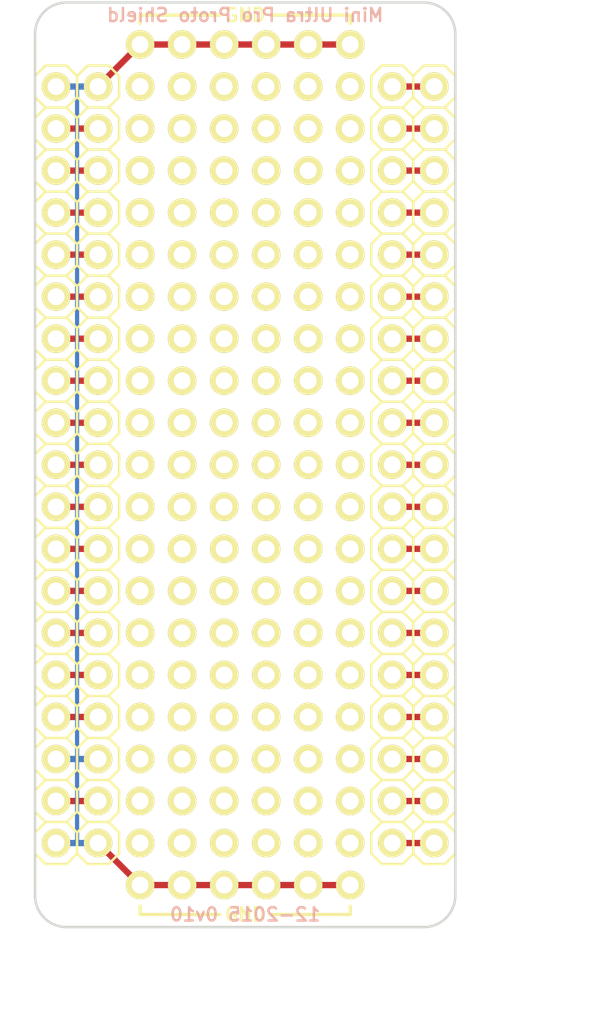
<source format=kicad_pcb>
(kicad_pcb (version 4) (host pcbnew 0.201602211417+6576~42~ubuntu14.04.1-product)

  (general
    (links 52)
    (no_connects 0)
    (area 101.831 71.044999 165.48 134.780001)
    (thickness 1.6)
    (drawings 22)
    (tracks 55)
    (zones 0)
    (modules 16)
    (nets 151)
  )

  (page A4)
  (title_block
    (title "Mini Ultra Pro Proto Shield")
    (date 2015-12-13)
    (rev 0.10)
    (company "Rocket Scream Electronics")
  )

  (layers
    (0 F.Cu signal)
    (31 B.Cu signal)
    (32 B.Adhes user hide)
    (33 F.Adhes user hide)
    (34 B.Paste user hide)
    (35 F.Paste user)
    (36 B.SilkS user)
    (37 F.SilkS user)
    (38 B.Mask user hide)
    (39 F.Mask user)
    (40 Dwgs.User user)
    (41 Cmts.User user)
    (42 Eco1.User user)
    (43 Eco2.User user)
    (44 Edge.Cuts user)
    (45 Margin user)
    (46 B.CrtYd user hide)
    (47 F.CrtYd user hide)
    (48 B.Fab user)
    (49 F.Fab user)
  )

  (setup
    (last_trace_width 0.254)
    (user_trace_width 0.2032)
    (user_trace_width 0.254)
    (user_trace_width 0.381)
    (user_trace_width 0.508)
    (user_trace_width 0.762)
    (user_trace_width 1.27)
    (trace_clearance 0.254)
    (zone_clearance 0.2032)
    (zone_45_only no)
    (trace_min 0.2032)
    (segment_width 0.2)
    (edge_width 0.15)
    (via_size 0.5)
    (via_drill 0.3)
    (via_min_size 0.4)
    (via_min_drill 0.3)
    (uvia_size 0.3)
    (uvia_drill 0.1)
    (uvias_allowed no)
    (uvia_min_size 0.2)
    (uvia_min_drill 0.1)
    (pcb_text_width 0.3)
    (pcb_text_size 1.5 1.5)
    (mod_edge_width 0.15)
    (mod_text_size 0.8 0.8)
    (mod_text_width 0.15)
    (pad_size 0.75 0.75)
    (pad_drill 0)
    (pad_to_mask_clearance 0.1016)
    (pad_to_paste_clearance_ratio -0.05)
    (aux_axis_origin 127 127)
    (grid_origin 127 127)
    (visible_elements FFFEF7FF)
    (pcbplotparams
      (layerselection 0x010fc_ffffffff)
      (usegerberextensions true)
      (excludeedgelayer true)
      (linewidth 0.100000)
      (plotframeref false)
      (viasonmask false)
      (mode 1)
      (useauxorigin true)
      (hpglpennumber 1)
      (hpglpenspeed 20)
      (hpglpendiameter 15)
      (psnegative false)
      (psa4output false)
      (plotreference true)
      (plotvalue true)
      (plotinvisibletext false)
      (padsonsilk false)
      (subtractmaskfromsilk false)
      (outputformat 1)
      (mirror false)
      (drillshape 0)
      (scaleselection 1)
      (outputdirectory ""))
  )

  (net 0 "")
  (net 1 GND)
  (net 2 3V3)
  (net 3 VBUS)
  (net 4 VBAT)
  (net 5 /D13)
  (net 6 VIN)
  (net 7 /A0)
  (net 8 /A1)
  (net 9 /A2)
  (net 10 /A3)
  (net 11 /A4)
  (net 12 /D8)
  (net 13 /D9)
  (net 14 /D4)
  (net 15 /D3)
  (net 16 /D1)
  (net 17 /D0)
  (net 18 /MOSI)
  (net 19 /SCK)
  (net 20 /MISO)
  (net 21 /ATN)
  (net 22 /D2)
  (net 23 /D5)
  (net 24 /D11)
  (net 25 /D10)
  (net 26 /D12)
  (net 27 /D6)
  (net 28 /D7)
  (net 29 /SDA)
  (net 30 /SCL)
  (net 31 /A5)
  (net 32 AREF)
  (net 33 /RST)
  (net 34 /D30)
  (net 35 /D31)
  (net 36 5V0)
  (net 37 "Net-(J4-Pad14)")
  (net 38 "Net-(J4-Pad13)")
  (net 39 "Net-(J4-Pad12)")
  (net 40 "Net-(J4-Pad11)")
  (net 41 "Net-(J4-Pad1)")
  (net 42 "Net-(J4-Pad2)")
  (net 43 "Net-(J4-Pad3)")
  (net 44 "Net-(J4-Pad4)")
  (net 45 "Net-(J4-Pad5)")
  (net 46 "Net-(J4-Pad6)")
  (net 47 "Net-(J4-Pad7)")
  (net 48 "Net-(J4-Pad8)")
  (net 49 "Net-(J4-Pad9)")
  (net 50 "Net-(J4-Pad10)")
  (net 51 "Net-(J4-Pad15)")
  (net 52 "Net-(J4-Pad16)")
  (net 53 "Net-(J4-Pad17)")
  (net 54 "Net-(J4-Pad18)")
  (net 55 "Net-(J4-Pad19)")
  (net 56 "Net-(J5-Pad14)")
  (net 57 "Net-(J5-Pad13)")
  (net 58 "Net-(J5-Pad12)")
  (net 59 "Net-(J5-Pad11)")
  (net 60 "Net-(J5-Pad1)")
  (net 61 "Net-(J5-Pad2)")
  (net 62 "Net-(J5-Pad3)")
  (net 63 "Net-(J5-Pad4)")
  (net 64 "Net-(J5-Pad5)")
  (net 65 "Net-(J5-Pad6)")
  (net 66 "Net-(J5-Pad7)")
  (net 67 "Net-(J5-Pad8)")
  (net 68 "Net-(J5-Pad9)")
  (net 69 "Net-(J5-Pad10)")
  (net 70 "Net-(J5-Pad15)")
  (net 71 "Net-(J5-Pad16)")
  (net 72 "Net-(J5-Pad17)")
  (net 73 "Net-(J5-Pad18)")
  (net 74 "Net-(J5-Pad19)")
  (net 75 "Net-(J6-Pad14)")
  (net 76 "Net-(J6-Pad13)")
  (net 77 "Net-(J6-Pad12)")
  (net 78 "Net-(J6-Pad11)")
  (net 79 "Net-(J6-Pad1)")
  (net 80 "Net-(J6-Pad2)")
  (net 81 "Net-(J6-Pad3)")
  (net 82 "Net-(J6-Pad4)")
  (net 83 "Net-(J6-Pad5)")
  (net 84 "Net-(J6-Pad6)")
  (net 85 "Net-(J6-Pad7)")
  (net 86 "Net-(J6-Pad8)")
  (net 87 "Net-(J6-Pad9)")
  (net 88 "Net-(J6-Pad10)")
  (net 89 "Net-(J6-Pad15)")
  (net 90 "Net-(J6-Pad16)")
  (net 91 "Net-(J6-Pad17)")
  (net 92 "Net-(J6-Pad18)")
  (net 93 "Net-(J6-Pad19)")
  (net 94 "Net-(J7-Pad14)")
  (net 95 "Net-(J7-Pad13)")
  (net 96 "Net-(J7-Pad12)")
  (net 97 "Net-(J7-Pad11)")
  (net 98 "Net-(J7-Pad1)")
  (net 99 "Net-(J7-Pad2)")
  (net 100 "Net-(J7-Pad3)")
  (net 101 "Net-(J7-Pad4)")
  (net 102 "Net-(J7-Pad5)")
  (net 103 "Net-(J7-Pad6)")
  (net 104 "Net-(J7-Pad7)")
  (net 105 "Net-(J7-Pad8)")
  (net 106 "Net-(J7-Pad9)")
  (net 107 "Net-(J7-Pad10)")
  (net 108 "Net-(J7-Pad15)")
  (net 109 "Net-(J7-Pad16)")
  (net 110 "Net-(J7-Pad17)")
  (net 111 "Net-(J7-Pad18)")
  (net 112 "Net-(J7-Pad19)")
  (net 113 "Net-(J8-Pad14)")
  (net 114 "Net-(J8-Pad13)")
  (net 115 "Net-(J8-Pad12)")
  (net 116 "Net-(J8-Pad11)")
  (net 117 "Net-(J8-Pad1)")
  (net 118 "Net-(J8-Pad2)")
  (net 119 "Net-(J8-Pad3)")
  (net 120 "Net-(J8-Pad4)")
  (net 121 "Net-(J8-Pad5)")
  (net 122 "Net-(J8-Pad6)")
  (net 123 "Net-(J8-Pad7)")
  (net 124 "Net-(J8-Pad8)")
  (net 125 "Net-(J8-Pad9)")
  (net 126 "Net-(J8-Pad10)")
  (net 127 "Net-(J8-Pad15)")
  (net 128 "Net-(J8-Pad16)")
  (net 129 "Net-(J8-Pad17)")
  (net 130 "Net-(J8-Pad18)")
  (net 131 "Net-(J8-Pad19)")
  (net 132 "Net-(J9-Pad14)")
  (net 133 "Net-(J9-Pad13)")
  (net 134 "Net-(J9-Pad12)")
  (net 135 "Net-(J9-Pad11)")
  (net 136 "Net-(J9-Pad1)")
  (net 137 "Net-(J9-Pad2)")
  (net 138 "Net-(J9-Pad3)")
  (net 139 "Net-(J9-Pad4)")
  (net 140 "Net-(J9-Pad5)")
  (net 141 "Net-(J9-Pad6)")
  (net 142 "Net-(J9-Pad7)")
  (net 143 "Net-(J9-Pad8)")
  (net 144 "Net-(J9-Pad9)")
  (net 145 "Net-(J9-Pad10)")
  (net 146 "Net-(J9-Pad15)")
  (net 147 "Net-(J9-Pad16)")
  (net 148 "Net-(J9-Pad17)")
  (net 149 "Net-(J9-Pad18)")
  (net 150 "Net-(J9-Pad19)")

  (net_class Default "This is the default net class."
    (clearance 0.254)
    (trace_width 0.254)
    (via_dia 0.5)
    (via_drill 0.3)
    (uvia_dia 0.3)
    (uvia_drill 0.1)
    (add_net /A0)
    (add_net /A1)
    (add_net /A2)
    (add_net /A3)
    (add_net /A4)
    (add_net /A5)
    (add_net /ATN)
    (add_net /D0)
    (add_net /D1)
    (add_net /D10)
    (add_net /D11)
    (add_net /D12)
    (add_net /D13)
    (add_net /D2)
    (add_net /D3)
    (add_net /D30)
    (add_net /D31)
    (add_net /D4)
    (add_net /D5)
    (add_net /D6)
    (add_net /D7)
    (add_net /D8)
    (add_net /D9)
    (add_net /MISO)
    (add_net /MOSI)
    (add_net /RST)
    (add_net /SCK)
    (add_net /SCL)
    (add_net /SDA)
    (add_net 3V3)
    (add_net 5V0)
    (add_net AREF)
    (add_net GND)
    (add_net "Net-(J4-Pad1)")
    (add_net "Net-(J4-Pad10)")
    (add_net "Net-(J4-Pad11)")
    (add_net "Net-(J4-Pad12)")
    (add_net "Net-(J4-Pad13)")
    (add_net "Net-(J4-Pad14)")
    (add_net "Net-(J4-Pad15)")
    (add_net "Net-(J4-Pad16)")
    (add_net "Net-(J4-Pad17)")
    (add_net "Net-(J4-Pad18)")
    (add_net "Net-(J4-Pad19)")
    (add_net "Net-(J4-Pad2)")
    (add_net "Net-(J4-Pad3)")
    (add_net "Net-(J4-Pad4)")
    (add_net "Net-(J4-Pad5)")
    (add_net "Net-(J4-Pad6)")
    (add_net "Net-(J4-Pad7)")
    (add_net "Net-(J4-Pad8)")
    (add_net "Net-(J4-Pad9)")
    (add_net "Net-(J5-Pad1)")
    (add_net "Net-(J5-Pad10)")
    (add_net "Net-(J5-Pad11)")
    (add_net "Net-(J5-Pad12)")
    (add_net "Net-(J5-Pad13)")
    (add_net "Net-(J5-Pad14)")
    (add_net "Net-(J5-Pad15)")
    (add_net "Net-(J5-Pad16)")
    (add_net "Net-(J5-Pad17)")
    (add_net "Net-(J5-Pad18)")
    (add_net "Net-(J5-Pad19)")
    (add_net "Net-(J5-Pad2)")
    (add_net "Net-(J5-Pad3)")
    (add_net "Net-(J5-Pad4)")
    (add_net "Net-(J5-Pad5)")
    (add_net "Net-(J5-Pad6)")
    (add_net "Net-(J5-Pad7)")
    (add_net "Net-(J5-Pad8)")
    (add_net "Net-(J5-Pad9)")
    (add_net "Net-(J6-Pad1)")
    (add_net "Net-(J6-Pad10)")
    (add_net "Net-(J6-Pad11)")
    (add_net "Net-(J6-Pad12)")
    (add_net "Net-(J6-Pad13)")
    (add_net "Net-(J6-Pad14)")
    (add_net "Net-(J6-Pad15)")
    (add_net "Net-(J6-Pad16)")
    (add_net "Net-(J6-Pad17)")
    (add_net "Net-(J6-Pad18)")
    (add_net "Net-(J6-Pad19)")
    (add_net "Net-(J6-Pad2)")
    (add_net "Net-(J6-Pad3)")
    (add_net "Net-(J6-Pad4)")
    (add_net "Net-(J6-Pad5)")
    (add_net "Net-(J6-Pad6)")
    (add_net "Net-(J6-Pad7)")
    (add_net "Net-(J6-Pad8)")
    (add_net "Net-(J6-Pad9)")
    (add_net "Net-(J7-Pad1)")
    (add_net "Net-(J7-Pad10)")
    (add_net "Net-(J7-Pad11)")
    (add_net "Net-(J7-Pad12)")
    (add_net "Net-(J7-Pad13)")
    (add_net "Net-(J7-Pad14)")
    (add_net "Net-(J7-Pad15)")
    (add_net "Net-(J7-Pad16)")
    (add_net "Net-(J7-Pad17)")
    (add_net "Net-(J7-Pad18)")
    (add_net "Net-(J7-Pad19)")
    (add_net "Net-(J7-Pad2)")
    (add_net "Net-(J7-Pad3)")
    (add_net "Net-(J7-Pad4)")
    (add_net "Net-(J7-Pad5)")
    (add_net "Net-(J7-Pad6)")
    (add_net "Net-(J7-Pad7)")
    (add_net "Net-(J7-Pad8)")
    (add_net "Net-(J7-Pad9)")
    (add_net "Net-(J8-Pad1)")
    (add_net "Net-(J8-Pad10)")
    (add_net "Net-(J8-Pad11)")
    (add_net "Net-(J8-Pad12)")
    (add_net "Net-(J8-Pad13)")
    (add_net "Net-(J8-Pad14)")
    (add_net "Net-(J8-Pad15)")
    (add_net "Net-(J8-Pad16)")
    (add_net "Net-(J8-Pad17)")
    (add_net "Net-(J8-Pad18)")
    (add_net "Net-(J8-Pad19)")
    (add_net "Net-(J8-Pad2)")
    (add_net "Net-(J8-Pad3)")
    (add_net "Net-(J8-Pad4)")
    (add_net "Net-(J8-Pad5)")
    (add_net "Net-(J8-Pad6)")
    (add_net "Net-(J8-Pad7)")
    (add_net "Net-(J8-Pad8)")
    (add_net "Net-(J8-Pad9)")
    (add_net "Net-(J9-Pad1)")
    (add_net "Net-(J9-Pad10)")
    (add_net "Net-(J9-Pad11)")
    (add_net "Net-(J9-Pad12)")
    (add_net "Net-(J9-Pad13)")
    (add_net "Net-(J9-Pad14)")
    (add_net "Net-(J9-Pad15)")
    (add_net "Net-(J9-Pad16)")
    (add_net "Net-(J9-Pad17)")
    (add_net "Net-(J9-Pad18)")
    (add_net "Net-(J9-Pad19)")
    (add_net "Net-(J9-Pad2)")
    (add_net "Net-(J9-Pad3)")
    (add_net "Net-(J9-Pad4)")
    (add_net "Net-(J9-Pad5)")
    (add_net "Net-(J9-Pad6)")
    (add_net "Net-(J9-Pad7)")
    (add_net "Net-(J9-Pad8)")
    (add_net "Net-(J9-Pad9)")
    (add_net VBAT)
    (add_net VBUS)
    (add_net VIN)
  )

  (net_class RF-50Ohm ""
    (clearance 0.254)
    (trace_width 1.27)
    (via_dia 0.5)
    (via_drill 0.3)
    (uvia_dia 0.3)
    (uvia_drill 0.1)
  )

  (module RocketScreamKicadLibrary:HOLE_NPTH_2.2MM locked (layer F.Cu) (tedit 5642044A) (tstamp 560F88E1)
    (at 128.905 125.095)
    (path /560F68E5)
    (fp_text reference M1 (at -25.527 0.127) (layer F.SilkS) hide
      (effects (font (size 0.8 0.8) (thickness 0.15)))
    )
    (fp_text value MOUNT_HOLE (at 0 3.175) (layer F.Fab)
      (effects (font (size 0.8 0.8) (thickness 0.15)))
    )
    (pad "" np_thru_hole circle (at 0 0) (size 2.2 2.2) (drill 2.2) (layers *.Cu *.Mask F.SilkS))
  )

  (module RocketScreamKicadLibrary:HOLE_NPTH_2.2MM locked (layer F.Cu) (tedit 56420441) (tstamp 560F88E9)
    (at 128.905 73.025)
    (path /560F6C3B)
    (fp_text reference M3 (at -25.527 -0.127) (layer F.SilkS) hide
      (effects (font (size 0.8 0.8) (thickness 0.15)))
    )
    (fp_text value MOUNT_HOLE (at 0 3.175) (layer F.Fab)
      (effects (font (size 0.8 0.8) (thickness 0.15)))
    )
    (pad "" np_thru_hole circle (at 0 0) (size 2.2 2.2) (drill 2.2) (layers *.Cu *.Mask F.SilkS))
  )

  (module RocketScreamKicadLibrary:HOLE_NPTH_2.2MM locked (layer F.Cu) (tedit 56420445) (tstamp 560F88ED)
    (at 150.495 73.025)
    (path /560F6D00)
    (fp_text reference M4 (at -25.781 0.127) (layer F.SilkS) hide
      (effects (font (size 0.8 0.8) (thickness 0.15)))
    )
    (fp_text value MOUNT_HOLE (at 0 3.175) (layer F.Fab)
      (effects (font (size 0.8 0.8) (thickness 0.15)))
    )
    (pad "" np_thru_hole circle (at 0 0) (size 2.2 2.2) (drill 2.2) (layers *.Cu *.Mask F.SilkS))
  )

  (module RocketScreamKicadLibrary:HOLE_NPTH_2.2MM locked (layer F.Cu) (tedit 56726439) (tstamp 566D793F)
    (at 150.495 125.095)
    (path /560F6B9C)
    (fp_text reference M2 (at -25.273 0.127) (layer F.SilkS) hide
      (effects (font (size 0.8 0.8) (thickness 0.15)))
    )
    (fp_text value MOUNT_HOLE (at 0 3.175) (layer F.Fab)
      (effects (font (size 1 1) (thickness 0.15)))
    )
    (pad "" np_thru_hole circle (at 0 0) (size 2.2 2.2) (drill 2.2) (layers *.Cu *.Mask F.SilkS))
  )

  (module RocketScreamKicadLibrary:HDR_1x19_Pitch2.54mm_WithoutSilk (layer F.Cu) (tedit 567265E4) (tstamp 566E9831)
    (at 133.35 99.06 270)
    (tags "Header 1x19")
    (path /566E98C5)
    (fp_text reference J4 (at 0 25.4 270) (layer F.SilkS) hide
      (effects (font (size 0.8 0.8) (thickness 0.15)))
    )
    (fp_text value CONN-HDR-1x19 (at 0 2.54 270) (layer F.Fab)
      (effects (font (size 1 1) (thickness 0.15)))
    )
    (fp_line (start -24.4 -1.5) (end -24.4 1.5) (layer F.CrtYd) (width 0.05))
    (fp_line (start -24.4 1.5) (end 24.4 1.5) (layer F.CrtYd) (width 0.05))
    (fp_line (start 24.4 1.5) (end 24.4 -1.5) (layer F.CrtYd) (width 0.05))
    (fp_line (start 24.4 -1.5) (end -24.4 -1.5) (layer F.CrtYd) (width 0.05))
    (pad 14 thru_hole oval (at 10.16 0 270) (size 1.7272 1.7272) (drill 1.016) (layers *.Cu *.Mask F.SilkS)
      (net 37 "Net-(J4-Pad14)"))
    (pad 13 thru_hole oval (at 7.62 0 270) (size 1.7272 1.7272) (drill 1.016) (layers *.Cu *.Mask F.SilkS)
      (net 38 "Net-(J4-Pad13)"))
    (pad 12 thru_hole oval (at 5.08 0 270) (size 1.7272 1.7272) (drill 1.016) (layers *.Cu *.Mask F.SilkS)
      (net 39 "Net-(J4-Pad12)"))
    (pad 11 thru_hole oval (at 2.54 0 270) (size 1.7272 1.7272) (drill 1.016) (layers *.Cu *.Mask F.SilkS)
      (net 40 "Net-(J4-Pad11)"))
    (pad 1 thru_hole oval (at -22.86 0 270) (size 1.7272 1.7272) (drill 1.016) (layers *.Cu *.Mask F.SilkS)
      (net 41 "Net-(J4-Pad1)"))
    (pad 2 thru_hole oval (at -20.32 0 270) (size 1.7272 1.7272) (drill 1.016) (layers *.Cu *.Mask F.SilkS)
      (net 42 "Net-(J4-Pad2)"))
    (pad 3 thru_hole oval (at -17.78 0 270) (size 1.7272 1.7272) (drill 1.016) (layers *.Cu *.Mask F.SilkS)
      (net 43 "Net-(J4-Pad3)"))
    (pad 4 thru_hole oval (at -15.24 0 270) (size 1.7272 1.7272) (drill 1.016) (layers *.Cu *.Mask F.SilkS)
      (net 44 "Net-(J4-Pad4)"))
    (pad 5 thru_hole oval (at -12.7 0 270) (size 1.7272 1.7272) (drill 1.016) (layers *.Cu *.Mask F.SilkS)
      (net 45 "Net-(J4-Pad5)"))
    (pad 6 thru_hole oval (at -10.16 0 270) (size 1.7272 1.7272) (drill 1.016) (layers *.Cu *.Mask F.SilkS)
      (net 46 "Net-(J4-Pad6)"))
    (pad 7 thru_hole oval (at -7.62 0 270) (size 1.7272 1.7272) (drill 1.016) (layers *.Cu *.Mask F.SilkS)
      (net 47 "Net-(J4-Pad7)"))
    (pad 8 thru_hole oval (at -5.08 0 270) (size 1.7272 1.7272) (drill 1.016) (layers *.Cu *.Mask F.SilkS)
      (net 48 "Net-(J4-Pad8)"))
    (pad 9 thru_hole oval (at -2.54 0 270) (size 1.7272 1.7272) (drill 1.016) (layers *.Cu *.Mask F.SilkS)
      (net 49 "Net-(J4-Pad9)"))
    (pad 10 thru_hole oval (at 0 0 270) (size 1.7272 1.7272) (drill 1.016) (layers *.Cu *.Mask F.SilkS)
      (net 50 "Net-(J4-Pad10)"))
    (pad 15 thru_hole oval (at 12.7 0 270) (size 1.7272 1.7272) (drill 1.016) (layers *.Cu *.Mask F.SilkS)
      (net 51 "Net-(J4-Pad15)"))
    (pad 16 thru_hole oval (at 15.24 0 270) (size 1.7272 1.7272) (drill 1.016) (layers *.Cu *.Mask F.SilkS)
      (net 52 "Net-(J4-Pad16)"))
    (pad 17 thru_hole oval (at 17.78 0 270) (size 1.7272 1.7272) (drill 1.016) (layers *.Cu *.Mask F.SilkS)
      (net 53 "Net-(J4-Pad17)"))
    (pad 18 thru_hole oval (at 20.32 0 270) (size 1.7272 1.7272) (drill 1.016) (layers *.Cu *.Mask F.SilkS)
      (net 54 "Net-(J4-Pad18)"))
    (pad 19 thru_hole oval (at 22.86 0 270) (size 1.7272 1.7272) (drill 1.016) (layers *.Cu *.Mask F.SilkS)
      (net 55 "Net-(J4-Pad19)"))
  )

  (module RocketScreamKicadLibrary:HDR_1x19_Pitch2.54mm_WithoutSilk (layer F.Cu) (tedit 567265E6) (tstamp 566E984C)
    (at 135.89 99.06 270)
    (tags "Header 1x19")
    (path /566E98FE)
    (fp_text reference J5 (at 0 25.4 270) (layer F.SilkS) hide
      (effects (font (size 0.8 0.8) (thickness 0.15)))
    )
    (fp_text value CONN-HDR-1x19 (at 0 2.54 270) (layer F.Fab)
      (effects (font (size 1 1) (thickness 0.15)))
    )
    (fp_line (start -24.4 -1.5) (end -24.4 1.5) (layer F.CrtYd) (width 0.05))
    (fp_line (start -24.4 1.5) (end 24.4 1.5) (layer F.CrtYd) (width 0.05))
    (fp_line (start 24.4 1.5) (end 24.4 -1.5) (layer F.CrtYd) (width 0.05))
    (fp_line (start 24.4 -1.5) (end -24.4 -1.5) (layer F.CrtYd) (width 0.05))
    (pad 14 thru_hole oval (at 10.16 0 270) (size 1.7272 1.7272) (drill 1.016) (layers *.Cu *.Mask F.SilkS)
      (net 56 "Net-(J5-Pad14)"))
    (pad 13 thru_hole oval (at 7.62 0 270) (size 1.7272 1.7272) (drill 1.016) (layers *.Cu *.Mask F.SilkS)
      (net 57 "Net-(J5-Pad13)"))
    (pad 12 thru_hole oval (at 5.08 0 270) (size 1.7272 1.7272) (drill 1.016) (layers *.Cu *.Mask F.SilkS)
      (net 58 "Net-(J5-Pad12)"))
    (pad 11 thru_hole oval (at 2.54 0 270) (size 1.7272 1.7272) (drill 1.016) (layers *.Cu *.Mask F.SilkS)
      (net 59 "Net-(J5-Pad11)"))
    (pad 1 thru_hole oval (at -22.86 0 270) (size 1.7272 1.7272) (drill 1.016) (layers *.Cu *.Mask F.SilkS)
      (net 60 "Net-(J5-Pad1)"))
    (pad 2 thru_hole oval (at -20.32 0 270) (size 1.7272 1.7272) (drill 1.016) (layers *.Cu *.Mask F.SilkS)
      (net 61 "Net-(J5-Pad2)"))
    (pad 3 thru_hole oval (at -17.78 0 270) (size 1.7272 1.7272) (drill 1.016) (layers *.Cu *.Mask F.SilkS)
      (net 62 "Net-(J5-Pad3)"))
    (pad 4 thru_hole oval (at -15.24 0 270) (size 1.7272 1.7272) (drill 1.016) (layers *.Cu *.Mask F.SilkS)
      (net 63 "Net-(J5-Pad4)"))
    (pad 5 thru_hole oval (at -12.7 0 270) (size 1.7272 1.7272) (drill 1.016) (layers *.Cu *.Mask F.SilkS)
      (net 64 "Net-(J5-Pad5)"))
    (pad 6 thru_hole oval (at -10.16 0 270) (size 1.7272 1.7272) (drill 1.016) (layers *.Cu *.Mask F.SilkS)
      (net 65 "Net-(J5-Pad6)"))
    (pad 7 thru_hole oval (at -7.62 0 270) (size 1.7272 1.7272) (drill 1.016) (layers *.Cu *.Mask F.SilkS)
      (net 66 "Net-(J5-Pad7)"))
    (pad 8 thru_hole oval (at -5.08 0 270) (size 1.7272 1.7272) (drill 1.016) (layers *.Cu *.Mask F.SilkS)
      (net 67 "Net-(J5-Pad8)"))
    (pad 9 thru_hole oval (at -2.54 0 270) (size 1.7272 1.7272) (drill 1.016) (layers *.Cu *.Mask F.SilkS)
      (net 68 "Net-(J5-Pad9)"))
    (pad 10 thru_hole oval (at 0 0 270) (size 1.7272 1.7272) (drill 1.016) (layers *.Cu *.Mask F.SilkS)
      (net 69 "Net-(J5-Pad10)"))
    (pad 15 thru_hole oval (at 12.7 0 270) (size 1.7272 1.7272) (drill 1.016) (layers *.Cu *.Mask F.SilkS)
      (net 70 "Net-(J5-Pad15)"))
    (pad 16 thru_hole oval (at 15.24 0 270) (size 1.7272 1.7272) (drill 1.016) (layers *.Cu *.Mask F.SilkS)
      (net 71 "Net-(J5-Pad16)"))
    (pad 17 thru_hole oval (at 17.78 0 270) (size 1.7272 1.7272) (drill 1.016) (layers *.Cu *.Mask F.SilkS)
      (net 72 "Net-(J5-Pad17)"))
    (pad 18 thru_hole oval (at 20.32 0 270) (size 1.7272 1.7272) (drill 1.016) (layers *.Cu *.Mask F.SilkS)
      (net 73 "Net-(J5-Pad18)"))
    (pad 19 thru_hole oval (at 22.86 0 270) (size 1.7272 1.7272) (drill 1.016) (layers *.Cu *.Mask F.SilkS)
      (net 74 "Net-(J5-Pad19)"))
  )

  (module RocketScreamKicadLibrary:HDR_1x19_Pitch2.54mm_WithoutSilk (layer F.Cu) (tedit 567265E8) (tstamp 566E9867)
    (at 138.43 99.06 270)
    (tags "Header 1x19")
    (path /566E995B)
    (fp_text reference J6 (at 0 25.4 270) (layer F.SilkS) hide
      (effects (font (size 0.8 0.8) (thickness 0.15)))
    )
    (fp_text value CONN-HDR-1x19 (at 0 2.54 270) (layer F.Fab)
      (effects (font (size 1 1) (thickness 0.15)))
    )
    (fp_line (start -24.4 -1.5) (end -24.4 1.5) (layer F.CrtYd) (width 0.05))
    (fp_line (start -24.4 1.5) (end 24.4 1.5) (layer F.CrtYd) (width 0.05))
    (fp_line (start 24.4 1.5) (end 24.4 -1.5) (layer F.CrtYd) (width 0.05))
    (fp_line (start 24.4 -1.5) (end -24.4 -1.5) (layer F.CrtYd) (width 0.05))
    (pad 14 thru_hole oval (at 10.16 0 270) (size 1.7272 1.7272) (drill 1.016) (layers *.Cu *.Mask F.SilkS)
      (net 75 "Net-(J6-Pad14)"))
    (pad 13 thru_hole oval (at 7.62 0 270) (size 1.7272 1.7272) (drill 1.016) (layers *.Cu *.Mask F.SilkS)
      (net 76 "Net-(J6-Pad13)"))
    (pad 12 thru_hole oval (at 5.08 0 270) (size 1.7272 1.7272) (drill 1.016) (layers *.Cu *.Mask F.SilkS)
      (net 77 "Net-(J6-Pad12)"))
    (pad 11 thru_hole oval (at 2.54 0 270) (size 1.7272 1.7272) (drill 1.016) (layers *.Cu *.Mask F.SilkS)
      (net 78 "Net-(J6-Pad11)"))
    (pad 1 thru_hole oval (at -22.86 0 270) (size 1.7272 1.7272) (drill 1.016) (layers *.Cu *.Mask F.SilkS)
      (net 79 "Net-(J6-Pad1)"))
    (pad 2 thru_hole oval (at -20.32 0 270) (size 1.7272 1.7272) (drill 1.016) (layers *.Cu *.Mask F.SilkS)
      (net 80 "Net-(J6-Pad2)"))
    (pad 3 thru_hole oval (at -17.78 0 270) (size 1.7272 1.7272) (drill 1.016) (layers *.Cu *.Mask F.SilkS)
      (net 81 "Net-(J6-Pad3)"))
    (pad 4 thru_hole oval (at -15.24 0 270) (size 1.7272 1.7272) (drill 1.016) (layers *.Cu *.Mask F.SilkS)
      (net 82 "Net-(J6-Pad4)"))
    (pad 5 thru_hole oval (at -12.7 0 270) (size 1.7272 1.7272) (drill 1.016) (layers *.Cu *.Mask F.SilkS)
      (net 83 "Net-(J6-Pad5)"))
    (pad 6 thru_hole oval (at -10.16 0 270) (size 1.7272 1.7272) (drill 1.016) (layers *.Cu *.Mask F.SilkS)
      (net 84 "Net-(J6-Pad6)"))
    (pad 7 thru_hole oval (at -7.62 0 270) (size 1.7272 1.7272) (drill 1.016) (layers *.Cu *.Mask F.SilkS)
      (net 85 "Net-(J6-Pad7)"))
    (pad 8 thru_hole oval (at -5.08 0 270) (size 1.7272 1.7272) (drill 1.016) (layers *.Cu *.Mask F.SilkS)
      (net 86 "Net-(J6-Pad8)"))
    (pad 9 thru_hole oval (at -2.54 0 270) (size 1.7272 1.7272) (drill 1.016) (layers *.Cu *.Mask F.SilkS)
      (net 87 "Net-(J6-Pad9)"))
    (pad 10 thru_hole oval (at 0 0 270) (size 1.7272 1.7272) (drill 1.016) (layers *.Cu *.Mask F.SilkS)
      (net 88 "Net-(J6-Pad10)"))
    (pad 15 thru_hole oval (at 12.7 0 270) (size 1.7272 1.7272) (drill 1.016) (layers *.Cu *.Mask F.SilkS)
      (net 89 "Net-(J6-Pad15)"))
    (pad 16 thru_hole oval (at 15.24 0 270) (size 1.7272 1.7272) (drill 1.016) (layers *.Cu *.Mask F.SilkS)
      (net 90 "Net-(J6-Pad16)"))
    (pad 17 thru_hole oval (at 17.78 0 270) (size 1.7272 1.7272) (drill 1.016) (layers *.Cu *.Mask F.SilkS)
      (net 91 "Net-(J6-Pad17)"))
    (pad 18 thru_hole oval (at 20.32 0 270) (size 1.7272 1.7272) (drill 1.016) (layers *.Cu *.Mask F.SilkS)
      (net 92 "Net-(J6-Pad18)"))
    (pad 19 thru_hole oval (at 22.86 0 270) (size 1.7272 1.7272) (drill 1.016) (layers *.Cu *.Mask F.SilkS)
      (net 93 "Net-(J6-Pad19)"))
  )

  (module RocketScreamKicadLibrary:HDR_1x19_Pitch2.54mm_WithoutSilk (layer F.Cu) (tedit 56726632) (tstamp 566E9882)
    (at 140.97 99.06 270)
    (tags "Header 1x19")
    (path /566E99B0)
    (fp_text reference J7 (at 0 25.4 270) (layer F.SilkS) hide
      (effects (font (size 0.8 0.8) (thickness 0.15)))
    )
    (fp_text value CONN-HDR-1x19 (at 0 2.54 270) (layer F.Fab)
      (effects (font (size 1 1) (thickness 0.15)))
    )
    (fp_line (start -24.4 -1.5) (end -24.4 1.5) (layer F.CrtYd) (width 0.05))
    (fp_line (start -24.4 1.5) (end 24.4 1.5) (layer F.CrtYd) (width 0.05))
    (fp_line (start 24.4 1.5) (end 24.4 -1.5) (layer F.CrtYd) (width 0.05))
    (fp_line (start 24.4 -1.5) (end -24.4 -1.5) (layer F.CrtYd) (width 0.05))
    (pad 14 thru_hole oval (at 10.16 0 270) (size 1.7272 1.7272) (drill 1.016) (layers *.Cu *.Mask F.SilkS)
      (net 94 "Net-(J7-Pad14)"))
    (pad 13 thru_hole oval (at 7.62 0 270) (size 1.7272 1.7272) (drill 1.016) (layers *.Cu *.Mask F.SilkS)
      (net 95 "Net-(J7-Pad13)"))
    (pad 12 thru_hole oval (at 5.08 0 270) (size 1.7272 1.7272) (drill 1.016) (layers *.Cu *.Mask F.SilkS)
      (net 96 "Net-(J7-Pad12)"))
    (pad 11 thru_hole oval (at 2.54 0 270) (size 1.7272 1.7272) (drill 1.016) (layers *.Cu *.Mask F.SilkS)
      (net 97 "Net-(J7-Pad11)"))
    (pad 1 thru_hole oval (at -22.86 0 270) (size 1.7272 1.7272) (drill 1.016) (layers *.Cu *.Mask F.SilkS)
      (net 98 "Net-(J7-Pad1)"))
    (pad 2 thru_hole oval (at -20.32 0 270) (size 1.7272 1.7272) (drill 1.016) (layers *.Cu *.Mask F.SilkS)
      (net 99 "Net-(J7-Pad2)"))
    (pad 3 thru_hole oval (at -17.78 0 270) (size 1.7272 1.7272) (drill 1.016) (layers *.Cu *.Mask F.SilkS)
      (net 100 "Net-(J7-Pad3)"))
    (pad 4 thru_hole oval (at -15.24 0 270) (size 1.7272 1.7272) (drill 1.016) (layers *.Cu *.Mask F.SilkS)
      (net 101 "Net-(J7-Pad4)"))
    (pad 5 thru_hole oval (at -12.7 0 270) (size 1.7272 1.7272) (drill 1.016) (layers *.Cu *.Mask F.SilkS)
      (net 102 "Net-(J7-Pad5)"))
    (pad 6 thru_hole oval (at -10.16 0 270) (size 1.7272 1.7272) (drill 1.016) (layers *.Cu *.Mask F.SilkS)
      (net 103 "Net-(J7-Pad6)"))
    (pad 7 thru_hole oval (at -7.62 0 270) (size 1.7272 1.7272) (drill 1.016) (layers *.Cu *.Mask F.SilkS)
      (net 104 "Net-(J7-Pad7)"))
    (pad 8 thru_hole oval (at -5.08 0 270) (size 1.7272 1.7272) (drill 1.016) (layers *.Cu *.Mask F.SilkS)
      (net 105 "Net-(J7-Pad8)"))
    (pad 9 thru_hole oval (at -2.54 0 270) (size 1.7272 1.7272) (drill 1.016) (layers *.Cu *.Mask F.SilkS)
      (net 106 "Net-(J7-Pad9)"))
    (pad 10 thru_hole oval (at 0 0 270) (size 1.7272 1.7272) (drill 1.016) (layers *.Cu *.Mask F.SilkS)
      (net 107 "Net-(J7-Pad10)"))
    (pad 15 thru_hole oval (at 12.7 0 270) (size 1.7272 1.7272) (drill 1.016) (layers *.Cu *.Mask F.SilkS)
      (net 108 "Net-(J7-Pad15)"))
    (pad 16 thru_hole oval (at 15.24 0 270) (size 1.7272 1.7272) (drill 1.016) (layers *.Cu *.Mask F.SilkS)
      (net 109 "Net-(J7-Pad16)"))
    (pad 17 thru_hole oval (at 17.78 0 270) (size 1.7272 1.7272) (drill 1.016) (layers *.Cu *.Mask F.SilkS)
      (net 110 "Net-(J7-Pad17)"))
    (pad 18 thru_hole oval (at 20.32 0 270) (size 1.7272 1.7272) (drill 1.016) (layers *.Cu *.Mask F.SilkS)
      (net 111 "Net-(J7-Pad18)"))
    (pad 19 thru_hole oval (at 22.86 0 270) (size 1.7272 1.7272) (drill 1.016) (layers *.Cu *.Mask F.SilkS)
      (net 112 "Net-(J7-Pad19)"))
  )

  (module RocketScreamKicadLibrary:HDR_1x19_Pitch2.54mm_WithoutSilk (layer F.Cu) (tedit 56726635) (tstamp 566E989D)
    (at 143.51 99.06 270)
    (tags "Header 1x19")
    (path /566E9A31)
    (fp_text reference J8 (at 0 25.4 270) (layer F.SilkS) hide
      (effects (font (size 0.8 0.8) (thickness 0.15)))
    )
    (fp_text value CONN-HDR-1x19 (at 0 2.54 270) (layer F.Fab)
      (effects (font (size 1 1) (thickness 0.15)))
    )
    (fp_line (start -24.4 -1.5) (end -24.4 1.5) (layer F.CrtYd) (width 0.05))
    (fp_line (start -24.4 1.5) (end 24.4 1.5) (layer F.CrtYd) (width 0.05))
    (fp_line (start 24.4 1.5) (end 24.4 -1.5) (layer F.CrtYd) (width 0.05))
    (fp_line (start 24.4 -1.5) (end -24.4 -1.5) (layer F.CrtYd) (width 0.05))
    (pad 14 thru_hole oval (at 10.16 0 270) (size 1.7272 1.7272) (drill 1.016) (layers *.Cu *.Mask F.SilkS)
      (net 113 "Net-(J8-Pad14)"))
    (pad 13 thru_hole oval (at 7.62 0 270) (size 1.7272 1.7272) (drill 1.016) (layers *.Cu *.Mask F.SilkS)
      (net 114 "Net-(J8-Pad13)"))
    (pad 12 thru_hole oval (at 5.08 0 270) (size 1.7272 1.7272) (drill 1.016) (layers *.Cu *.Mask F.SilkS)
      (net 115 "Net-(J8-Pad12)"))
    (pad 11 thru_hole oval (at 2.54 0 270) (size 1.7272 1.7272) (drill 1.016) (layers *.Cu *.Mask F.SilkS)
      (net 116 "Net-(J8-Pad11)"))
    (pad 1 thru_hole oval (at -22.86 0 270) (size 1.7272 1.7272) (drill 1.016) (layers *.Cu *.Mask F.SilkS)
      (net 117 "Net-(J8-Pad1)"))
    (pad 2 thru_hole oval (at -20.32 0 270) (size 1.7272 1.7272) (drill 1.016) (layers *.Cu *.Mask F.SilkS)
      (net 118 "Net-(J8-Pad2)"))
    (pad 3 thru_hole oval (at -17.78 0 270) (size 1.7272 1.7272) (drill 1.016) (layers *.Cu *.Mask F.SilkS)
      (net 119 "Net-(J8-Pad3)"))
    (pad 4 thru_hole oval (at -15.24 0 270) (size 1.7272 1.7272) (drill 1.016) (layers *.Cu *.Mask F.SilkS)
      (net 120 "Net-(J8-Pad4)"))
    (pad 5 thru_hole oval (at -12.7 0 270) (size 1.7272 1.7272) (drill 1.016) (layers *.Cu *.Mask F.SilkS)
      (net 121 "Net-(J8-Pad5)"))
    (pad 6 thru_hole oval (at -10.16 0 270) (size 1.7272 1.7272) (drill 1.016) (layers *.Cu *.Mask F.SilkS)
      (net 122 "Net-(J8-Pad6)"))
    (pad 7 thru_hole oval (at -7.62 0 270) (size 1.7272 1.7272) (drill 1.016) (layers *.Cu *.Mask F.SilkS)
      (net 123 "Net-(J8-Pad7)"))
    (pad 8 thru_hole oval (at -5.08 0 270) (size 1.7272 1.7272) (drill 1.016) (layers *.Cu *.Mask F.SilkS)
      (net 124 "Net-(J8-Pad8)"))
    (pad 9 thru_hole oval (at -2.54 0 270) (size 1.7272 1.7272) (drill 1.016) (layers *.Cu *.Mask F.SilkS)
      (net 125 "Net-(J8-Pad9)"))
    (pad 10 thru_hole oval (at 0 0 270) (size 1.7272 1.7272) (drill 1.016) (layers *.Cu *.Mask F.SilkS)
      (net 126 "Net-(J8-Pad10)"))
    (pad 15 thru_hole oval (at 12.7 0 270) (size 1.7272 1.7272) (drill 1.016) (layers *.Cu *.Mask F.SilkS)
      (net 127 "Net-(J8-Pad15)"))
    (pad 16 thru_hole oval (at 15.24 0 270) (size 1.7272 1.7272) (drill 1.016) (layers *.Cu *.Mask F.SilkS)
      (net 128 "Net-(J8-Pad16)"))
    (pad 17 thru_hole oval (at 17.78 0 270) (size 1.7272 1.7272) (drill 1.016) (layers *.Cu *.Mask F.SilkS)
      (net 129 "Net-(J8-Pad17)"))
    (pad 18 thru_hole oval (at 20.32 0 270) (size 1.7272 1.7272) (drill 1.016) (layers *.Cu *.Mask F.SilkS)
      (net 130 "Net-(J8-Pad18)"))
    (pad 19 thru_hole oval (at 22.86 0 270) (size 1.7272 1.7272) (drill 1.016) (layers *.Cu *.Mask F.SilkS)
      (net 131 "Net-(J8-Pad19)"))
  )

  (module RocketScreamKicadLibrary:HDR_1x19_Pitch2.54mm_WithoutSilk (layer F.Cu) (tedit 56726638) (tstamp 566E98B8)
    (at 146.05 99.06 270)
    (tags "Header 1x19")
    (path /566E9AAC)
    (fp_text reference J9 (at 0 25.4 270) (layer F.SilkS) hide
      (effects (font (size 0.8 0.8) (thickness 0.15)))
    )
    (fp_text value CONN-HDR-1x19 (at 0 2.54 270) (layer F.Fab)
      (effects (font (size 1 1) (thickness 0.15)))
    )
    (fp_line (start -24.4 -1.5) (end -24.4 1.5) (layer F.CrtYd) (width 0.05))
    (fp_line (start -24.4 1.5) (end 24.4 1.5) (layer F.CrtYd) (width 0.05))
    (fp_line (start 24.4 1.5) (end 24.4 -1.5) (layer F.CrtYd) (width 0.05))
    (fp_line (start 24.4 -1.5) (end -24.4 -1.5) (layer F.CrtYd) (width 0.05))
    (pad 14 thru_hole oval (at 10.16 0 270) (size 1.7272 1.7272) (drill 1.016) (layers *.Cu *.Mask F.SilkS)
      (net 132 "Net-(J9-Pad14)"))
    (pad 13 thru_hole oval (at 7.62 0 270) (size 1.7272 1.7272) (drill 1.016) (layers *.Cu *.Mask F.SilkS)
      (net 133 "Net-(J9-Pad13)"))
    (pad 12 thru_hole oval (at 5.08 0 270) (size 1.7272 1.7272) (drill 1.016) (layers *.Cu *.Mask F.SilkS)
      (net 134 "Net-(J9-Pad12)"))
    (pad 11 thru_hole oval (at 2.54 0 270) (size 1.7272 1.7272) (drill 1.016) (layers *.Cu *.Mask F.SilkS)
      (net 135 "Net-(J9-Pad11)"))
    (pad 1 thru_hole oval (at -22.86 0 270) (size 1.7272 1.7272) (drill 1.016) (layers *.Cu *.Mask F.SilkS)
      (net 136 "Net-(J9-Pad1)"))
    (pad 2 thru_hole oval (at -20.32 0 270) (size 1.7272 1.7272) (drill 1.016) (layers *.Cu *.Mask F.SilkS)
      (net 137 "Net-(J9-Pad2)"))
    (pad 3 thru_hole oval (at -17.78 0 270) (size 1.7272 1.7272) (drill 1.016) (layers *.Cu *.Mask F.SilkS)
      (net 138 "Net-(J9-Pad3)"))
    (pad 4 thru_hole oval (at -15.24 0 270) (size 1.7272 1.7272) (drill 1.016) (layers *.Cu *.Mask F.SilkS)
      (net 139 "Net-(J9-Pad4)"))
    (pad 5 thru_hole oval (at -12.7 0 270) (size 1.7272 1.7272) (drill 1.016) (layers *.Cu *.Mask F.SilkS)
      (net 140 "Net-(J9-Pad5)"))
    (pad 6 thru_hole oval (at -10.16 0 270) (size 1.7272 1.7272) (drill 1.016) (layers *.Cu *.Mask F.SilkS)
      (net 141 "Net-(J9-Pad6)"))
    (pad 7 thru_hole oval (at -7.62 0 270) (size 1.7272 1.7272) (drill 1.016) (layers *.Cu *.Mask F.SilkS)
      (net 142 "Net-(J9-Pad7)"))
    (pad 8 thru_hole oval (at -5.08 0 270) (size 1.7272 1.7272) (drill 1.016) (layers *.Cu *.Mask F.SilkS)
      (net 143 "Net-(J9-Pad8)"))
    (pad 9 thru_hole oval (at -2.54 0 270) (size 1.7272 1.7272) (drill 1.016) (layers *.Cu *.Mask F.SilkS)
      (net 144 "Net-(J9-Pad9)"))
    (pad 10 thru_hole oval (at 0 0 270) (size 1.7272 1.7272) (drill 1.016) (layers *.Cu *.Mask F.SilkS)
      (net 145 "Net-(J9-Pad10)"))
    (pad 15 thru_hole oval (at 12.7 0 270) (size 1.7272 1.7272) (drill 1.016) (layers *.Cu *.Mask F.SilkS)
      (net 146 "Net-(J9-Pad15)"))
    (pad 16 thru_hole oval (at 15.24 0 270) (size 1.7272 1.7272) (drill 1.016) (layers *.Cu *.Mask F.SilkS)
      (net 147 "Net-(J9-Pad16)"))
    (pad 17 thru_hole oval (at 17.78 0 270) (size 1.7272 1.7272) (drill 1.016) (layers *.Cu *.Mask F.SilkS)
      (net 148 "Net-(J9-Pad17)"))
    (pad 18 thru_hole oval (at 20.32 0 270) (size 1.7272 1.7272) (drill 1.016) (layers *.Cu *.Mask F.SilkS)
      (net 149 "Net-(J9-Pad18)"))
    (pad 19 thru_hole oval (at 22.86 0 270) (size 1.7272 1.7272) (drill 1.016) (layers *.Cu *.Mask F.SilkS)
      (net 150 "Net-(J9-Pad19)"))
  )

  (module RocketScreamKicadLibrary:HDR_1x6_Pitch2.54mm_WithoutSilk (layer F.Cu) (tedit 5672655F) (tstamp 567262DA)
    (at 139.7 73.66)
    (path /5672AED2)
    (fp_text reference J11 (at -25.4 0) (layer F.SilkS) hide
      (effects (font (size 0.8 0.8) (thickness 0.15)))
    )
    (fp_text value CONN-HDR-1x6 (at 0 2.54) (layer F.Fab)
      (effects (font (size 1 1) (thickness 0.15)))
    )
    (fp_line (start -7.85 -1.5) (end -7.85 1.5) (layer F.CrtYd) (width 0.05))
    (fp_line (start -7.85 1.5) (end 7.85 1.5) (layer F.CrtYd) (width 0.05))
    (fp_line (start 7.85 1.5) (end 7.85 -1.5) (layer F.CrtYd) (width 0.05))
    (fp_line (start 7.85 -1.5) (end -7.85 -1.5) (layer F.CrtYd) (width 0.05))
    (pad 1 thru_hole oval (at -6.35 0) (size 1.7272 1.7272) (drill 1.016) (layers *.Cu *.Mask F.SilkS)
      (net 1 GND))
    (pad 2 thru_hole oval (at -3.81 0) (size 1.7272 1.7272) (drill 1.016) (layers *.Cu *.Mask F.SilkS)
      (net 1 GND))
    (pad 3 thru_hole oval (at -1.27 0) (size 1.7272 1.7272) (drill 1.016) (layers *.Cu *.Mask F.SilkS)
      (net 1 GND))
    (pad 4 thru_hole oval (at 1.27 0) (size 1.7272 1.7272) (drill 1.016) (layers *.Cu *.Mask F.SilkS)
      (net 1 GND))
    (pad 5 thru_hole oval (at 3.81 0) (size 1.7272 1.7272) (drill 1.016) (layers *.Cu *.Mask F.SilkS)
      (net 1 GND))
    (pad 6 thru_hole oval (at 6.35 0) (size 1.7272 1.7272) (drill 1.016) (layers *.Cu *.Mask F.SilkS)
      (net 1 GND))
  )

  (module RocketScreamKicadLibrary:HDR_1x6_Pitch2.54mm_WithoutSilk (layer F.Cu) (tedit 5672644E) (tstamp 56726677)
    (at 139.7 124.46)
    (path /5672B710)
    (fp_text reference J12 (at -25.4 0) (layer F.SilkS) hide
      (effects (font (size 0.8 0.8) (thickness 0.15)))
    )
    (fp_text value CONN-HDR-1x6 (at 0 2.54) (layer F.Fab)
      (effects (font (size 1 1) (thickness 0.15)))
    )
    (fp_line (start -7.85 -1.5) (end -7.85 1.5) (layer F.CrtYd) (width 0.05))
    (fp_line (start -7.85 1.5) (end 7.85 1.5) (layer F.CrtYd) (width 0.05))
    (fp_line (start 7.85 1.5) (end 7.85 -1.5) (layer F.CrtYd) (width 0.05))
    (fp_line (start 7.85 -1.5) (end -7.85 -1.5) (layer F.CrtYd) (width 0.05))
    (pad 1 thru_hole oval (at -6.35 0) (size 1.7272 1.7272) (drill 1.016) (layers *.Cu *.Mask F.SilkS)
      (net 1 GND))
    (pad 2 thru_hole oval (at -3.81 0) (size 1.7272 1.7272) (drill 1.016) (layers *.Cu *.Mask F.SilkS)
      (net 1 GND))
    (pad 3 thru_hole oval (at -1.27 0) (size 1.7272 1.7272) (drill 1.016) (layers *.Cu *.Mask F.SilkS)
      (net 1 GND))
    (pad 4 thru_hole oval (at 1.27 0) (size 1.7272 1.7272) (drill 1.016) (layers *.Cu *.Mask F.SilkS)
      (net 1 GND))
    (pad 5 thru_hole oval (at 3.81 0) (size 1.7272 1.7272) (drill 1.016) (layers *.Cu *.Mask F.SilkS)
      (net 1 GND))
    (pad 6 thru_hole oval (at 6.35 0) (size 1.7272 1.7272) (drill 1.016) (layers *.Cu *.Mask F.SilkS)
      (net 1 GND))
  )

  (module RocketScreamKicadLibrary:HDR_1x19_Pitch2.54mm (layer F.Cu) (tedit 5672692D) (tstamp 56726F86)
    (at 128.27 99.06 270)
    (tags "Header 1x19")
    (path /564ADB17)
    (fp_text reference J1 (at 0 25.4 270) (layer F.SilkS) hide
      (effects (font (size 0.8 0.8) (thickness 0.15)))
    )
    (fp_text value CONN-HDR-1x19 (at 0 2.54 270) (layer F.Fab)
      (effects (font (size 1 1) (thickness 0.15)))
    )
    (fp_line (start 17.145 1.27) (end 16.51 0.635) (layer F.SilkS) (width 0.15))
    (fp_line (start 18.415 1.27) (end 17.145 1.27) (layer F.SilkS) (width 0.15))
    (fp_line (start 19.05 0.635) (end 18.415 1.27) (layer F.SilkS) (width 0.15))
    (fp_line (start 19.05 -0.635) (end 19.05 0.635) (layer F.SilkS) (width 0.15))
    (fp_line (start 18.415 -1.27) (end 19.05 -0.635) (layer F.SilkS) (width 0.15))
    (fp_line (start 17.145 -1.27) (end 18.415 -1.27) (layer F.SilkS) (width 0.15))
    (fp_line (start 16.51 -0.635) (end 17.145 -1.27) (layer F.SilkS) (width 0.15))
    (fp_line (start 14.605 -1.27) (end 13.97 -0.635) (layer F.SilkS) (width 0.15))
    (fp_line (start 15.875 -1.27) (end 14.605 -1.27) (layer F.SilkS) (width 0.15))
    (fp_line (start 16.51 -0.635) (end 15.875 -1.27) (layer F.SilkS) (width 0.15))
    (fp_line (start 16.51 0.635) (end 16.51 -0.635) (layer F.SilkS) (width 0.15))
    (fp_line (start 15.875 1.27) (end 16.51 0.635) (layer F.SilkS) (width 0.15))
    (fp_line (start 14.605 1.27) (end 15.875 1.27) (layer F.SilkS) (width 0.15))
    (fp_line (start 13.97 0.635) (end 14.605 1.27) (layer F.SilkS) (width 0.15))
    (fp_line (start 12.065 1.27) (end 11.43 0.635) (layer F.SilkS) (width 0.15))
    (fp_line (start 13.335 1.27) (end 12.065 1.27) (layer F.SilkS) (width 0.15))
    (fp_line (start 13.97 0.635) (end 13.335 1.27) (layer F.SilkS) (width 0.15))
    (fp_line (start 13.97 -0.635) (end 13.97 0.635) (layer F.SilkS) (width 0.15))
    (fp_line (start 13.335 -1.27) (end 13.97 -0.635) (layer F.SilkS) (width 0.15))
    (fp_line (start 12.065 -1.27) (end 13.335 -1.27) (layer F.SilkS) (width 0.15))
    (fp_line (start 11.43 -0.635) (end 12.065 -1.27) (layer F.SilkS) (width 0.15))
    (fp_line (start 10.795 1.27) (end 11.43 0.635) (layer F.SilkS) (width 0.15))
    (fp_line (start 9.525 1.27) (end 10.795 1.27) (layer F.SilkS) (width 0.15))
    (fp_line (start 9.525 -1.27) (end 10.795 -1.27) (layer F.SilkS) (width 0.15))
    (fp_line (start 11.43 -0.635) (end 11.43 0.635) (layer F.SilkS) (width 0.15))
    (fp_line (start 10.795 -1.27) (end 11.43 -0.635) (layer F.SilkS) (width 0.15))
    (fp_line (start 8.89 -0.635) (end 9.525 -1.27) (layer F.SilkS) (width 0.15))
    (fp_line (start 8.255 -1.27) (end 8.89 -0.635) (layer F.SilkS) (width 0.15))
    (fp_line (start 8.255 1.27) (end 8.89 0.635) (layer F.SilkS) (width 0.15))
    (fp_line (start 5.715 1.27) (end 6.35 0.635) (layer F.SilkS) (width 0.15))
    (fp_line (start 8.89 0.635) (end 9.525 1.27) (layer F.SilkS) (width 0.15))
    (fp_line (start 6.35 0.635) (end 6.985 1.27) (layer F.SilkS) (width 0.15))
    (fp_line (start 1.27 0.635) (end 1.905 1.27) (layer F.SilkS) (width 0.15))
    (fp_line (start 8.89 -0.635) (end 8.89 0.635) (layer F.SilkS) (width 0.15))
    (fp_line (start 6.35 -0.635) (end 6.35 0.635) (layer F.SilkS) (width 0.15))
    (fp_line (start 3.81 -0.635) (end 3.81 0.635) (layer F.SilkS) (width 0.15))
    (fp_line (start 3.81 0.635) (end 4.445 1.27) (layer F.SilkS) (width 0.15))
    (fp_line (start 3.175 1.27) (end 3.81 0.635) (layer F.SilkS) (width 0.15))
    (fp_line (start 6.985 1.27) (end 8.255 1.27) (layer F.SilkS) (width 0.15))
    (fp_line (start 4.445 1.27) (end 5.715 1.27) (layer F.SilkS) (width 0.15))
    (fp_line (start 1.905 1.27) (end 3.175 1.27) (layer F.SilkS) (width 0.15))
    (fp_line (start 6.985 -1.27) (end 8.255 -1.27) (layer F.SilkS) (width 0.15))
    (fp_line (start 4.445 -1.27) (end 5.715 -1.27) (layer F.SilkS) (width 0.15))
    (fp_line (start 1.905 -1.27) (end 3.175 -1.27) (layer F.SilkS) (width 0.15))
    (fp_line (start 5.715 -1.27) (end 6.35 -0.635) (layer F.SilkS) (width 0.15))
    (fp_line (start 3.175 -1.27) (end 3.81 -0.635) (layer F.SilkS) (width 0.15))
    (fp_line (start 6.35 -0.635) (end 6.985 -1.27) (layer F.SilkS) (width 0.15))
    (fp_line (start 3.81 -0.635) (end 4.445 -1.27) (layer F.SilkS) (width 0.15))
    (fp_line (start 1.27 -0.635) (end 1.905 -1.27) (layer F.SilkS) (width 0.15))
    (fp_line (start -24.4 -1.5) (end -24.4 1.5) (layer F.CrtYd) (width 0.05))
    (fp_line (start -24.4 1.5) (end 24.4 1.5) (layer F.CrtYd) (width 0.05))
    (fp_line (start 24.4 1.5) (end 24.4 -1.5) (layer F.CrtYd) (width 0.05))
    (fp_line (start 24.4 -1.5) (end -24.4 -1.5) (layer F.CrtYd) (width 0.05))
    (fp_line (start -1.27 -0.635) (end -1.27 0.635) (layer F.SilkS) (width 0.15))
    (fp_line (start -3.81 -0.635) (end -3.81 0.635) (layer F.SilkS) (width 0.15))
    (fp_line (start -6.35 -0.635) (end -6.35 0.635) (layer F.SilkS) (width 0.15))
    (fp_line (start -8.89 -0.635) (end -8.89 0.635) (layer F.SilkS) (width 0.15))
    (fp_line (start -11.43 -0.635) (end -11.43 0.635) (layer F.SilkS) (width 0.15))
    (fp_line (start -13.97 -0.635) (end -13.97 0.635) (layer F.SilkS) (width 0.15))
    (fp_line (start -16.51 -0.635) (end -16.51 0.635) (layer F.SilkS) (width 0.15))
    (fp_line (start -19.05 -0.635) (end -19.05 0.635) (layer F.SilkS) (width 0.15))
    (fp_line (start -21.59 -0.635) (end -21.59 0.635) (layer F.SilkS) (width 0.15))
    (fp_line (start -21.59 -0.635) (end -20.955 -1.27) (layer F.SilkS) (width 0.15))
    (fp_line (start -20.955 -1.27) (end -19.685 -1.27) (layer F.SilkS) (width 0.15))
    (fp_line (start -19.685 -1.27) (end -19.05 -0.635) (layer F.SilkS) (width 0.15))
    (fp_line (start -19.05 -0.635) (end -18.415 -1.27) (layer F.SilkS) (width 0.15))
    (fp_line (start -18.415 -1.27) (end -17.145 -1.27) (layer F.SilkS) (width 0.15))
    (fp_line (start -17.145 -1.27) (end -16.51 -0.635) (layer F.SilkS) (width 0.15))
    (fp_line (start -16.51 -0.635) (end -15.875 -1.27) (layer F.SilkS) (width 0.15))
    (fp_line (start -15.875 -1.27) (end -14.605 -1.27) (layer F.SilkS) (width 0.15))
    (fp_line (start -14.605 -1.27) (end -13.97 -0.635) (layer F.SilkS) (width 0.15))
    (fp_line (start -13.97 -0.635) (end -13.335 -1.27) (layer F.SilkS) (width 0.15))
    (fp_line (start -13.335 -1.27) (end -12.065 -1.27) (layer F.SilkS) (width 0.15))
    (fp_line (start -12.065 -1.27) (end -11.43 -0.635) (layer F.SilkS) (width 0.15))
    (fp_line (start -11.43 -0.635) (end -10.795 -1.27) (layer F.SilkS) (width 0.15))
    (fp_line (start -10.795 -1.27) (end -9.525 -1.27) (layer F.SilkS) (width 0.15))
    (fp_line (start -9.525 -1.27) (end -8.89 -0.635) (layer F.SilkS) (width 0.15))
    (fp_line (start -8.89 -0.635) (end -8.255 -1.27) (layer F.SilkS) (width 0.15))
    (fp_line (start -8.255 -1.27) (end -6.985 -1.27) (layer F.SilkS) (width 0.15))
    (fp_line (start -6.985 -1.27) (end -6.35 -0.635) (layer F.SilkS) (width 0.15))
    (fp_line (start -6.35 -0.635) (end -5.715 -1.27) (layer F.SilkS) (width 0.15))
    (fp_line (start -5.715 -1.27) (end -4.445 -1.27) (layer F.SilkS) (width 0.15))
    (fp_line (start -4.445 -1.27) (end -3.81 -0.635) (layer F.SilkS) (width 0.15))
    (fp_line (start -3.81 -0.635) (end -3.175 -1.27) (layer F.SilkS) (width 0.15))
    (fp_line (start -3.175 -1.27) (end -1.905 -1.27) (layer F.SilkS) (width 0.15))
    (fp_line (start -1.905 -1.27) (end -1.27 -0.635) (layer F.SilkS) (width 0.15))
    (fp_line (start -1.27 -0.635) (end -0.635 -1.27) (layer F.SilkS) (width 0.15))
    (fp_line (start -0.635 -1.27) (end 0.635 -1.27) (layer F.SilkS) (width 0.15))
    (fp_line (start 0.635 -1.27) (end 1.27 -0.635) (layer F.SilkS) (width 0.15))
    (fp_line (start 1.27 -0.635) (end 1.27 0.635) (layer F.SilkS) (width 0.15))
    (fp_line (start 1.27 0.635) (end 0.635 1.27) (layer F.SilkS) (width 0.15))
    (fp_line (start 0.635 1.27) (end -0.635 1.27) (layer F.SilkS) (width 0.15))
    (fp_line (start -0.635 1.27) (end -1.27 0.635) (layer F.SilkS) (width 0.15))
    (fp_line (start -1.27 0.635) (end -1.905 1.27) (layer F.SilkS) (width 0.15))
    (fp_line (start -1.905 1.27) (end -3.175 1.27) (layer F.SilkS) (width 0.15))
    (fp_line (start -3.175 1.27) (end -3.81 0.635) (layer F.SilkS) (width 0.15))
    (fp_line (start -3.81 0.635) (end -4.445 1.27) (layer F.SilkS) (width 0.15))
    (fp_line (start -4.445 1.27) (end -5.715 1.27) (layer F.SilkS) (width 0.15))
    (fp_line (start -5.715 1.27) (end -6.35 0.635) (layer F.SilkS) (width 0.15))
    (fp_line (start -6.35 0.635) (end -6.985 1.27) (layer F.SilkS) (width 0.15))
    (fp_line (start -6.985 1.27) (end -8.255 1.27) (layer F.SilkS) (width 0.15))
    (fp_line (start -8.255 1.27) (end -8.89 0.635) (layer F.SilkS) (width 0.15))
    (fp_line (start -8.89 0.635) (end -9.525 1.27) (layer F.SilkS) (width 0.15))
    (fp_line (start -9.525 1.27) (end -10.795 1.27) (layer F.SilkS) (width 0.15))
    (fp_line (start -10.795 1.27) (end -11.43 0.635) (layer F.SilkS) (width 0.15))
    (fp_line (start -11.43 0.635) (end -12.065 1.27) (layer F.SilkS) (width 0.15))
    (fp_line (start -12.065 1.27) (end -13.335 1.27) (layer F.SilkS) (width 0.15))
    (fp_line (start -13.335 1.27) (end -13.97 0.635) (layer F.SilkS) (width 0.15))
    (fp_line (start -13.97 0.635) (end -14.605 1.27) (layer F.SilkS) (width 0.15))
    (fp_line (start -14.605 1.27) (end -15.875 1.27) (layer F.SilkS) (width 0.15))
    (fp_line (start -15.875 1.27) (end -16.51 0.635) (layer F.SilkS) (width 0.15))
    (fp_line (start -16.51 0.635) (end -17.145 1.27) (layer F.SilkS) (width 0.15))
    (fp_line (start -17.145 1.27) (end -18.415 1.27) (layer F.SilkS) (width 0.15))
    (fp_line (start -18.415 1.27) (end -19.05 0.635) (layer F.SilkS) (width 0.15))
    (fp_line (start -19.05 0.635) (end -19.685 1.27) (layer F.SilkS) (width 0.15))
    (fp_line (start -19.685 1.27) (end -20.955 1.27) (layer F.SilkS) (width 0.15))
    (fp_line (start -20.955 1.27) (end -21.59 0.635) (layer F.SilkS) (width 0.15))
    (fp_line (start -24.13 -0.635) (end -24.13 0.635) (layer F.SilkS) (width 0.15))
    (fp_line (start -24.13 0.635) (end -23.495 1.27) (layer F.SilkS) (width 0.15))
    (fp_line (start -23.495 1.27) (end -22.225 1.27) (layer F.SilkS) (width 0.15))
    (fp_line (start -22.225 1.27) (end -21.59 0.635) (layer F.SilkS) (width 0.15))
    (fp_line (start -21.59 -0.635) (end -22.225 -1.27) (layer F.SilkS) (width 0.15))
    (fp_line (start -22.225 -1.27) (end -23.495 -1.27) (layer F.SilkS) (width 0.15))
    (fp_line (start -23.495 -1.27) (end -24.13 -0.635) (layer F.SilkS) (width 0.15))
    (fp_line (start 21.59 0.635) (end 21.59 -0.635) (layer F.SilkS) (width 0.15))
    (fp_line (start 24.13 0.635) (end 24.13 -0.635) (layer F.SilkS) (width 0.15))
    (fp_line (start 20.955 -1.27) (end 21.59 -0.635) (layer F.SilkS) (width 0.15))
    (fp_line (start 23.495 -1.27) (end 24.13 -0.635) (layer F.SilkS) (width 0.15))
    (fp_line (start 21.59 0.635) (end 20.955 1.27) (layer F.SilkS) (width 0.15))
    (fp_line (start 24.13 0.635) (end 23.495 1.27) (layer F.SilkS) (width 0.15))
    (fp_line (start 19.685 1.27) (end 19.05 0.635) (layer F.SilkS) (width 0.15))
    (fp_line (start 22.225 1.27) (end 21.59 0.635) (layer F.SilkS) (width 0.15))
    (fp_line (start 19.05 -0.635) (end 19.685 -1.27) (layer F.SilkS) (width 0.15))
    (fp_line (start 21.59 -0.635) (end 22.225 -1.27) (layer F.SilkS) (width 0.15))
    (fp_line (start 19.685 -1.27) (end 20.955 -1.27) (layer F.SilkS) (width 0.15))
    (fp_line (start 22.225 -1.27) (end 23.495 -1.27) (layer F.SilkS) (width 0.15))
    (fp_line (start 20.955 1.27) (end 19.685 1.27) (layer F.SilkS) (width 0.15))
    (fp_line (start 23.495 1.27) (end 22.225 1.27) (layer F.SilkS) (width 0.15))
    (pad 14 thru_hole oval (at 10.16 0 270) (size 1.7272 1.7272) (drill 1.016) (layers *.Cu *.Mask F.SilkS)
      (net 3 VBUS))
    (pad 13 thru_hole oval (at 7.62 0 270) (size 1.7272 1.7272) (drill 1.016) (layers *.Cu *.Mask F.SilkS)
      (net 2 3V3))
    (pad 12 thru_hole oval (at 5.08 0 270) (size 1.7272 1.7272) (drill 1.016) (layers *.Cu *.Mask F.SilkS)
      (net 21 /ATN))
    (pad 11 thru_hole oval (at 2.54 0 270) (size 1.7272 1.7272) (drill 1.016) (layers *.Cu *.Mask F.SilkS)
      (net 20 /MISO))
    (pad 1 thru_hole oval (at -22.86 0 270) (size 1.7272 1.7272) (drill 1.016) (layers *.Cu *.Mask F.SilkS)
      (net 1 GND))
    (pad 2 thru_hole oval (at -20.32 0 270) (size 1.7272 1.7272) (drill 1.016) (layers *.Cu *.Mask F.SilkS)
      (net 32 AREF))
    (pad 3 thru_hole oval (at -17.78 0 270) (size 1.7272 1.7272) (drill 1.016) (layers *.Cu *.Mask F.SilkS)
      (net 7 /A0))
    (pad 4 thru_hole oval (at -15.24 0 270) (size 1.7272 1.7272) (drill 1.016) (layers *.Cu *.Mask F.SilkS)
      (net 8 /A1))
    (pad 5 thru_hole oval (at -12.7 0 270) (size 1.7272 1.7272) (drill 1.016) (layers *.Cu *.Mask F.SilkS)
      (net 9 /A2))
    (pad 6 thru_hole oval (at -10.16 0 270) (size 1.7272 1.7272) (drill 1.016) (layers *.Cu *.Mask F.SilkS)
      (net 10 /A3))
    (pad 7 thru_hole oval (at -7.62 0 270) (size 1.7272 1.7272) (drill 1.016) (layers *.Cu *.Mask F.SilkS)
      (net 11 /A4))
    (pad 8 thru_hole oval (at -5.08 0 270) (size 1.7272 1.7272) (drill 1.016) (layers *.Cu *.Mask F.SilkS)
      (net 31 /A5))
    (pad 9 thru_hole oval (at -2.54 0 270) (size 1.7272 1.7272) (drill 1.016) (layers *.Cu *.Mask F.SilkS)
      (net 18 /MOSI))
    (pad 10 thru_hole oval (at 0 0 270) (size 1.7272 1.7272) (drill 1.016) (layers *.Cu *.Mask F.SilkS)
      (net 19 /SCK))
    (pad 15 thru_hole oval (at 12.7 0 270) (size 1.7272 1.7272) (drill 1.016) (layers *.Cu *.Mask F.SilkS)
      (net 36 5V0))
    (pad 16 thru_hole oval (at 15.24 0 270) (size 1.7272 1.7272) (drill 1.016) (layers *.Cu *.Mask F.SilkS)
      (net 6 VIN))
    (pad 17 thru_hole oval (at 17.78 0 270) (size 1.7272 1.7272) (drill 1.016) (layers *.Cu *.Mask F.SilkS)
      (net 1 GND))
    (pad 18 thru_hole oval (at 20.32 0 270) (size 1.7272 1.7272) (drill 1.016) (layers *.Cu *.Mask F.SilkS)
      (net 4 VBAT))
    (pad 19 thru_hole oval (at 22.86 0 270) (size 1.7272 1.7272) (drill 1.016) (layers *.Cu *.Mask F.SilkS)
      (net 1 GND))
  )

  (module RocketScreamKicadLibrary:HDR_1x19_Pitch2.54mm (layer F.Cu) (tedit 567268FF) (tstamp 56727026)
    (at 151.13 99.06 270)
    (tags "Header 1x19")
    (path /564AF061)
    (fp_text reference J2 (at 0 25.4 270) (layer F.SilkS) hide
      (effects (font (size 0.8 0.8) (thickness 0.15)))
    )
    (fp_text value CONN-HDR-1x19 (at 0 2.54 270) (layer F.Fab)
      (effects (font (size 1 1) (thickness 0.15)))
    )
    (fp_line (start 17.145 1.27) (end 16.51 0.635) (layer F.SilkS) (width 0.15))
    (fp_line (start 18.415 1.27) (end 17.145 1.27) (layer F.SilkS) (width 0.15))
    (fp_line (start 19.05 0.635) (end 18.415 1.27) (layer F.SilkS) (width 0.15))
    (fp_line (start 19.05 -0.635) (end 19.05 0.635) (layer F.SilkS) (width 0.15))
    (fp_line (start 18.415 -1.27) (end 19.05 -0.635) (layer F.SilkS) (width 0.15))
    (fp_line (start 17.145 -1.27) (end 18.415 -1.27) (layer F.SilkS) (width 0.15))
    (fp_line (start 16.51 -0.635) (end 17.145 -1.27) (layer F.SilkS) (width 0.15))
    (fp_line (start 14.605 -1.27) (end 13.97 -0.635) (layer F.SilkS) (width 0.15))
    (fp_line (start 15.875 -1.27) (end 14.605 -1.27) (layer F.SilkS) (width 0.15))
    (fp_line (start 16.51 -0.635) (end 15.875 -1.27) (layer F.SilkS) (width 0.15))
    (fp_line (start 16.51 0.635) (end 16.51 -0.635) (layer F.SilkS) (width 0.15))
    (fp_line (start 15.875 1.27) (end 16.51 0.635) (layer F.SilkS) (width 0.15))
    (fp_line (start 14.605 1.27) (end 15.875 1.27) (layer F.SilkS) (width 0.15))
    (fp_line (start 13.97 0.635) (end 14.605 1.27) (layer F.SilkS) (width 0.15))
    (fp_line (start 12.065 1.27) (end 11.43 0.635) (layer F.SilkS) (width 0.15))
    (fp_line (start 13.335 1.27) (end 12.065 1.27) (layer F.SilkS) (width 0.15))
    (fp_line (start 13.97 0.635) (end 13.335 1.27) (layer F.SilkS) (width 0.15))
    (fp_line (start 13.97 -0.635) (end 13.97 0.635) (layer F.SilkS) (width 0.15))
    (fp_line (start 13.335 -1.27) (end 13.97 -0.635) (layer F.SilkS) (width 0.15))
    (fp_line (start 12.065 -1.27) (end 13.335 -1.27) (layer F.SilkS) (width 0.15))
    (fp_line (start 11.43 -0.635) (end 12.065 -1.27) (layer F.SilkS) (width 0.15))
    (fp_line (start 10.795 1.27) (end 11.43 0.635) (layer F.SilkS) (width 0.15))
    (fp_line (start 9.525 1.27) (end 10.795 1.27) (layer F.SilkS) (width 0.15))
    (fp_line (start 9.525 -1.27) (end 10.795 -1.27) (layer F.SilkS) (width 0.15))
    (fp_line (start 11.43 -0.635) (end 11.43 0.635) (layer F.SilkS) (width 0.15))
    (fp_line (start 10.795 -1.27) (end 11.43 -0.635) (layer F.SilkS) (width 0.15))
    (fp_line (start 8.89 -0.635) (end 9.525 -1.27) (layer F.SilkS) (width 0.15))
    (fp_line (start 8.255 -1.27) (end 8.89 -0.635) (layer F.SilkS) (width 0.15))
    (fp_line (start 8.255 1.27) (end 8.89 0.635) (layer F.SilkS) (width 0.15))
    (fp_line (start 5.715 1.27) (end 6.35 0.635) (layer F.SilkS) (width 0.15))
    (fp_line (start 8.89 0.635) (end 9.525 1.27) (layer F.SilkS) (width 0.15))
    (fp_line (start 6.35 0.635) (end 6.985 1.27) (layer F.SilkS) (width 0.15))
    (fp_line (start 1.27 0.635) (end 1.905 1.27) (layer F.SilkS) (width 0.15))
    (fp_line (start 8.89 -0.635) (end 8.89 0.635) (layer F.SilkS) (width 0.15))
    (fp_line (start 6.35 -0.635) (end 6.35 0.635) (layer F.SilkS) (width 0.15))
    (fp_line (start 3.81 -0.635) (end 3.81 0.635) (layer F.SilkS) (width 0.15))
    (fp_line (start 3.81 0.635) (end 4.445 1.27) (layer F.SilkS) (width 0.15))
    (fp_line (start 3.175 1.27) (end 3.81 0.635) (layer F.SilkS) (width 0.15))
    (fp_line (start 6.985 1.27) (end 8.255 1.27) (layer F.SilkS) (width 0.15))
    (fp_line (start 4.445 1.27) (end 5.715 1.27) (layer F.SilkS) (width 0.15))
    (fp_line (start 1.905 1.27) (end 3.175 1.27) (layer F.SilkS) (width 0.15))
    (fp_line (start 6.985 -1.27) (end 8.255 -1.27) (layer F.SilkS) (width 0.15))
    (fp_line (start 4.445 -1.27) (end 5.715 -1.27) (layer F.SilkS) (width 0.15))
    (fp_line (start 1.905 -1.27) (end 3.175 -1.27) (layer F.SilkS) (width 0.15))
    (fp_line (start 5.715 -1.27) (end 6.35 -0.635) (layer F.SilkS) (width 0.15))
    (fp_line (start 3.175 -1.27) (end 3.81 -0.635) (layer F.SilkS) (width 0.15))
    (fp_line (start 6.35 -0.635) (end 6.985 -1.27) (layer F.SilkS) (width 0.15))
    (fp_line (start 3.81 -0.635) (end 4.445 -1.27) (layer F.SilkS) (width 0.15))
    (fp_line (start 1.27 -0.635) (end 1.905 -1.27) (layer F.SilkS) (width 0.15))
    (fp_line (start -24.4 -1.5) (end -24.4 1.5) (layer F.CrtYd) (width 0.05))
    (fp_line (start -24.4 1.5) (end 24.4 1.5) (layer F.CrtYd) (width 0.05))
    (fp_line (start 24.4 1.5) (end 24.4 -1.5) (layer F.CrtYd) (width 0.05))
    (fp_line (start 24.4 -1.5) (end -24.4 -1.5) (layer F.CrtYd) (width 0.05))
    (fp_line (start -1.27 -0.635) (end -1.27 0.635) (layer F.SilkS) (width 0.15))
    (fp_line (start -3.81 -0.635) (end -3.81 0.635) (layer F.SilkS) (width 0.15))
    (fp_line (start -6.35 -0.635) (end -6.35 0.635) (layer F.SilkS) (width 0.15))
    (fp_line (start -8.89 -0.635) (end -8.89 0.635) (layer F.SilkS) (width 0.15))
    (fp_line (start -11.43 -0.635) (end -11.43 0.635) (layer F.SilkS) (width 0.15))
    (fp_line (start -13.97 -0.635) (end -13.97 0.635) (layer F.SilkS) (width 0.15))
    (fp_line (start -16.51 -0.635) (end -16.51 0.635) (layer F.SilkS) (width 0.15))
    (fp_line (start -19.05 -0.635) (end -19.05 0.635) (layer F.SilkS) (width 0.15))
    (fp_line (start -21.59 -0.635) (end -21.59 0.635) (layer F.SilkS) (width 0.15))
    (fp_line (start -21.59 -0.635) (end -20.955 -1.27) (layer F.SilkS) (width 0.15))
    (fp_line (start -20.955 -1.27) (end -19.685 -1.27) (layer F.SilkS) (width 0.15))
    (fp_line (start -19.685 -1.27) (end -19.05 -0.635) (layer F.SilkS) (width 0.15))
    (fp_line (start -19.05 -0.635) (end -18.415 -1.27) (layer F.SilkS) (width 0.15))
    (fp_line (start -18.415 -1.27) (end -17.145 -1.27) (layer F.SilkS) (width 0.15))
    (fp_line (start -17.145 -1.27) (end -16.51 -0.635) (layer F.SilkS) (width 0.15))
    (fp_line (start -16.51 -0.635) (end -15.875 -1.27) (layer F.SilkS) (width 0.15))
    (fp_line (start -15.875 -1.27) (end -14.605 -1.27) (layer F.SilkS) (width 0.15))
    (fp_line (start -14.605 -1.27) (end -13.97 -0.635) (layer F.SilkS) (width 0.15))
    (fp_line (start -13.97 -0.635) (end -13.335 -1.27) (layer F.SilkS) (width 0.15))
    (fp_line (start -13.335 -1.27) (end -12.065 -1.27) (layer F.SilkS) (width 0.15))
    (fp_line (start -12.065 -1.27) (end -11.43 -0.635) (layer F.SilkS) (width 0.15))
    (fp_line (start -11.43 -0.635) (end -10.795 -1.27) (layer F.SilkS) (width 0.15))
    (fp_line (start -10.795 -1.27) (end -9.525 -1.27) (layer F.SilkS) (width 0.15))
    (fp_line (start -9.525 -1.27) (end -8.89 -0.635) (layer F.SilkS) (width 0.15))
    (fp_line (start -8.89 -0.635) (end -8.255 -1.27) (layer F.SilkS) (width 0.15))
    (fp_line (start -8.255 -1.27) (end -6.985 -1.27) (layer F.SilkS) (width 0.15))
    (fp_line (start -6.985 -1.27) (end -6.35 -0.635) (layer F.SilkS) (width 0.15))
    (fp_line (start -6.35 -0.635) (end -5.715 -1.27) (layer F.SilkS) (width 0.15))
    (fp_line (start -5.715 -1.27) (end -4.445 -1.27) (layer F.SilkS) (width 0.15))
    (fp_line (start -4.445 -1.27) (end -3.81 -0.635) (layer F.SilkS) (width 0.15))
    (fp_line (start -3.81 -0.635) (end -3.175 -1.27) (layer F.SilkS) (width 0.15))
    (fp_line (start -3.175 -1.27) (end -1.905 -1.27) (layer F.SilkS) (width 0.15))
    (fp_line (start -1.905 -1.27) (end -1.27 -0.635) (layer F.SilkS) (width 0.15))
    (fp_line (start -1.27 -0.635) (end -0.635 -1.27) (layer F.SilkS) (width 0.15))
    (fp_line (start -0.635 -1.27) (end 0.635 -1.27) (layer F.SilkS) (width 0.15))
    (fp_line (start 0.635 -1.27) (end 1.27 -0.635) (layer F.SilkS) (width 0.15))
    (fp_line (start 1.27 -0.635) (end 1.27 0.635) (layer F.SilkS) (width 0.15))
    (fp_line (start 1.27 0.635) (end 0.635 1.27) (layer F.SilkS) (width 0.15))
    (fp_line (start 0.635 1.27) (end -0.635 1.27) (layer F.SilkS) (width 0.15))
    (fp_line (start -0.635 1.27) (end -1.27 0.635) (layer F.SilkS) (width 0.15))
    (fp_line (start -1.27 0.635) (end -1.905 1.27) (layer F.SilkS) (width 0.15))
    (fp_line (start -1.905 1.27) (end -3.175 1.27) (layer F.SilkS) (width 0.15))
    (fp_line (start -3.175 1.27) (end -3.81 0.635) (layer F.SilkS) (width 0.15))
    (fp_line (start -3.81 0.635) (end -4.445 1.27) (layer F.SilkS) (width 0.15))
    (fp_line (start -4.445 1.27) (end -5.715 1.27) (layer F.SilkS) (width 0.15))
    (fp_line (start -5.715 1.27) (end -6.35 0.635) (layer F.SilkS) (width 0.15))
    (fp_line (start -6.35 0.635) (end -6.985 1.27) (layer F.SilkS) (width 0.15))
    (fp_line (start -6.985 1.27) (end -8.255 1.27) (layer F.SilkS) (width 0.15))
    (fp_line (start -8.255 1.27) (end -8.89 0.635) (layer F.SilkS) (width 0.15))
    (fp_line (start -8.89 0.635) (end -9.525 1.27) (layer F.SilkS) (width 0.15))
    (fp_line (start -9.525 1.27) (end -10.795 1.27) (layer F.SilkS) (width 0.15))
    (fp_line (start -10.795 1.27) (end -11.43 0.635) (layer F.SilkS) (width 0.15))
    (fp_line (start -11.43 0.635) (end -12.065 1.27) (layer F.SilkS) (width 0.15))
    (fp_line (start -12.065 1.27) (end -13.335 1.27) (layer F.SilkS) (width 0.15))
    (fp_line (start -13.335 1.27) (end -13.97 0.635) (layer F.SilkS) (width 0.15))
    (fp_line (start -13.97 0.635) (end -14.605 1.27) (layer F.SilkS) (width 0.15))
    (fp_line (start -14.605 1.27) (end -15.875 1.27) (layer F.SilkS) (width 0.15))
    (fp_line (start -15.875 1.27) (end -16.51 0.635) (layer F.SilkS) (width 0.15))
    (fp_line (start -16.51 0.635) (end -17.145 1.27) (layer F.SilkS) (width 0.15))
    (fp_line (start -17.145 1.27) (end -18.415 1.27) (layer F.SilkS) (width 0.15))
    (fp_line (start -18.415 1.27) (end -19.05 0.635) (layer F.SilkS) (width 0.15))
    (fp_line (start -19.05 0.635) (end -19.685 1.27) (layer F.SilkS) (width 0.15))
    (fp_line (start -19.685 1.27) (end -20.955 1.27) (layer F.SilkS) (width 0.15))
    (fp_line (start -20.955 1.27) (end -21.59 0.635) (layer F.SilkS) (width 0.15))
    (fp_line (start -24.13 -0.635) (end -24.13 0.635) (layer F.SilkS) (width 0.15))
    (fp_line (start -24.13 0.635) (end -23.495 1.27) (layer F.SilkS) (width 0.15))
    (fp_line (start -23.495 1.27) (end -22.225 1.27) (layer F.SilkS) (width 0.15))
    (fp_line (start -22.225 1.27) (end -21.59 0.635) (layer F.SilkS) (width 0.15))
    (fp_line (start -21.59 -0.635) (end -22.225 -1.27) (layer F.SilkS) (width 0.15))
    (fp_line (start -22.225 -1.27) (end -23.495 -1.27) (layer F.SilkS) (width 0.15))
    (fp_line (start -23.495 -1.27) (end -24.13 -0.635) (layer F.SilkS) (width 0.15))
    (fp_line (start 21.59 0.635) (end 21.59 -0.635) (layer F.SilkS) (width 0.15))
    (fp_line (start 24.13 0.635) (end 24.13 -0.635) (layer F.SilkS) (width 0.15))
    (fp_line (start 20.955 -1.27) (end 21.59 -0.635) (layer F.SilkS) (width 0.15))
    (fp_line (start 23.495 -1.27) (end 24.13 -0.635) (layer F.SilkS) (width 0.15))
    (fp_line (start 21.59 0.635) (end 20.955 1.27) (layer F.SilkS) (width 0.15))
    (fp_line (start 24.13 0.635) (end 23.495 1.27) (layer F.SilkS) (width 0.15))
    (fp_line (start 19.685 1.27) (end 19.05 0.635) (layer F.SilkS) (width 0.15))
    (fp_line (start 22.225 1.27) (end 21.59 0.635) (layer F.SilkS) (width 0.15))
    (fp_line (start 19.05 -0.635) (end 19.685 -1.27) (layer F.SilkS) (width 0.15))
    (fp_line (start 21.59 -0.635) (end 22.225 -1.27) (layer F.SilkS) (width 0.15))
    (fp_line (start 19.685 -1.27) (end 20.955 -1.27) (layer F.SilkS) (width 0.15))
    (fp_line (start 22.225 -1.27) (end 23.495 -1.27) (layer F.SilkS) (width 0.15))
    (fp_line (start 20.955 1.27) (end 19.685 1.27) (layer F.SilkS) (width 0.15))
    (fp_line (start 23.495 1.27) (end 22.225 1.27) (layer F.SilkS) (width 0.15))
    (pad 14 thru_hole oval (at 10.16 0 270) (size 1.7272 1.7272) (drill 1.016) (layers *.Cu *.Mask F.SilkS)
      (net 25 /D10))
    (pad 13 thru_hole oval (at 7.62 0 270) (size 1.7272 1.7272) (drill 1.016) (layers *.Cu *.Mask F.SilkS)
      (net 13 /D9))
    (pad 12 thru_hole oval (at 5.08 0 270) (size 1.7272 1.7272) (drill 1.016) (layers *.Cu *.Mask F.SilkS)
      (net 12 /D8))
    (pad 11 thru_hole oval (at 2.54 0 270) (size 1.7272 1.7272) (drill 1.016) (layers *.Cu *.Mask F.SilkS)
      (net 28 /D7))
    (pad 1 thru_hole oval (at -22.86 0 270) (size 1.7272 1.7272) (drill 1.016) (layers *.Cu *.Mask F.SilkS)
      (net 33 /RST))
    (pad 2 thru_hole oval (at -20.32 0 270) (size 1.7272 1.7272) (drill 1.016) (layers *.Cu *.Mask F.SilkS)
      (net 35 /D31))
    (pad 3 thru_hole oval (at -17.78 0 270) (size 1.7272 1.7272) (drill 1.016) (layers *.Cu *.Mask F.SilkS)
      (net 34 /D30))
    (pad 4 thru_hole oval (at -15.24 0 270) (size 1.7272 1.7272) (drill 1.016) (layers *.Cu *.Mask F.SilkS)
      (net 17 /D0))
    (pad 5 thru_hole oval (at -12.7 0 270) (size 1.7272 1.7272) (drill 1.016) (layers *.Cu *.Mask F.SilkS)
      (net 16 /D1))
    (pad 6 thru_hole oval (at -10.16 0 270) (size 1.7272 1.7272) (drill 1.016) (layers *.Cu *.Mask F.SilkS)
      (net 22 /D2))
    (pad 7 thru_hole oval (at -7.62 0 270) (size 1.7272 1.7272) (drill 1.016) (layers *.Cu *.Mask F.SilkS)
      (net 15 /D3))
    (pad 8 thru_hole oval (at -5.08 0 270) (size 1.7272 1.7272) (drill 1.016) (layers *.Cu *.Mask F.SilkS)
      (net 14 /D4))
    (pad 9 thru_hole oval (at -2.54 0 270) (size 1.7272 1.7272) (drill 1.016) (layers *.Cu *.Mask F.SilkS)
      (net 23 /D5))
    (pad 10 thru_hole oval (at 0 0 270) (size 1.7272 1.7272) (drill 1.016) (layers *.Cu *.Mask F.SilkS)
      (net 27 /D6))
    (pad 15 thru_hole oval (at 12.7 0 270) (size 1.7272 1.7272) (drill 1.016) (layers *.Cu *.Mask F.SilkS)
      (net 24 /D11))
    (pad 16 thru_hole oval (at 15.24 0 270) (size 1.7272 1.7272) (drill 1.016) (layers *.Cu *.Mask F.SilkS)
      (net 26 /D12))
    (pad 17 thru_hole oval (at 17.78 0 270) (size 1.7272 1.7272) (drill 1.016) (layers *.Cu *.Mask F.SilkS)
      (net 5 /D13))
    (pad 18 thru_hole oval (at 20.32 0 270) (size 1.7272 1.7272) (drill 1.016) (layers *.Cu *.Mask F.SilkS)
      (net 30 /SCL))
    (pad 19 thru_hole oval (at 22.86 0 270) (size 1.7272 1.7272) (drill 1.016) (layers *.Cu *.Mask F.SilkS)
      (net 29 /SDA))
  )

  (module RocketScreamKicadLibrary:HDR_1x19_Pitch2.54mm (layer F.Cu) (tedit 5672693E) (tstamp 567270C6)
    (at 130.81 99.06 270)
    (tags "Header 1x19")
    (path /566E9783)
    (fp_text reference J3 (at 0 25.4 270) (layer F.SilkS) hide
      (effects (font (size 0.8 0.8) (thickness 0.15)))
    )
    (fp_text value CONN-HDR-1x19 (at 0 2.54 270) (layer F.Fab)
      (effects (font (size 1 1) (thickness 0.15)))
    )
    (fp_line (start 17.145 1.27) (end 16.51 0.635) (layer F.SilkS) (width 0.15))
    (fp_line (start 18.415 1.27) (end 17.145 1.27) (layer F.SilkS) (width 0.15))
    (fp_line (start 19.05 0.635) (end 18.415 1.27) (layer F.SilkS) (width 0.15))
    (fp_line (start 19.05 -0.635) (end 19.05 0.635) (layer F.SilkS) (width 0.15))
    (fp_line (start 18.415 -1.27) (end 19.05 -0.635) (layer F.SilkS) (width 0.15))
    (fp_line (start 17.145 -1.27) (end 18.415 -1.27) (layer F.SilkS) (width 0.15))
    (fp_line (start 16.51 -0.635) (end 17.145 -1.27) (layer F.SilkS) (width 0.15))
    (fp_line (start 14.605 -1.27) (end 13.97 -0.635) (layer F.SilkS) (width 0.15))
    (fp_line (start 15.875 -1.27) (end 14.605 -1.27) (layer F.SilkS) (width 0.15))
    (fp_line (start 16.51 -0.635) (end 15.875 -1.27) (layer F.SilkS) (width 0.15))
    (fp_line (start 16.51 0.635) (end 16.51 -0.635) (layer F.SilkS) (width 0.15))
    (fp_line (start 15.875 1.27) (end 16.51 0.635) (layer F.SilkS) (width 0.15))
    (fp_line (start 14.605 1.27) (end 15.875 1.27) (layer F.SilkS) (width 0.15))
    (fp_line (start 13.97 0.635) (end 14.605 1.27) (layer F.SilkS) (width 0.15))
    (fp_line (start 12.065 1.27) (end 11.43 0.635) (layer F.SilkS) (width 0.15))
    (fp_line (start 13.335 1.27) (end 12.065 1.27) (layer F.SilkS) (width 0.15))
    (fp_line (start 13.97 0.635) (end 13.335 1.27) (layer F.SilkS) (width 0.15))
    (fp_line (start 13.97 -0.635) (end 13.97 0.635) (layer F.SilkS) (width 0.15))
    (fp_line (start 13.335 -1.27) (end 13.97 -0.635) (layer F.SilkS) (width 0.15))
    (fp_line (start 12.065 -1.27) (end 13.335 -1.27) (layer F.SilkS) (width 0.15))
    (fp_line (start 11.43 -0.635) (end 12.065 -1.27) (layer F.SilkS) (width 0.15))
    (fp_line (start 10.795 1.27) (end 11.43 0.635) (layer F.SilkS) (width 0.15))
    (fp_line (start 9.525 1.27) (end 10.795 1.27) (layer F.SilkS) (width 0.15))
    (fp_line (start 9.525 -1.27) (end 10.795 -1.27) (layer F.SilkS) (width 0.15))
    (fp_line (start 11.43 -0.635) (end 11.43 0.635) (layer F.SilkS) (width 0.15))
    (fp_line (start 10.795 -1.27) (end 11.43 -0.635) (layer F.SilkS) (width 0.15))
    (fp_line (start 8.89 -0.635) (end 9.525 -1.27) (layer F.SilkS) (width 0.15))
    (fp_line (start 8.255 -1.27) (end 8.89 -0.635) (layer F.SilkS) (width 0.15))
    (fp_line (start 8.255 1.27) (end 8.89 0.635) (layer F.SilkS) (width 0.15))
    (fp_line (start 5.715 1.27) (end 6.35 0.635) (layer F.SilkS) (width 0.15))
    (fp_line (start 8.89 0.635) (end 9.525 1.27) (layer F.SilkS) (width 0.15))
    (fp_line (start 6.35 0.635) (end 6.985 1.27) (layer F.SilkS) (width 0.15))
    (fp_line (start 1.27 0.635) (end 1.905 1.27) (layer F.SilkS) (width 0.15))
    (fp_line (start 8.89 -0.635) (end 8.89 0.635) (layer F.SilkS) (width 0.15))
    (fp_line (start 6.35 -0.635) (end 6.35 0.635) (layer F.SilkS) (width 0.15))
    (fp_line (start 3.81 -0.635) (end 3.81 0.635) (layer F.SilkS) (width 0.15))
    (fp_line (start 3.81 0.635) (end 4.445 1.27) (layer F.SilkS) (width 0.15))
    (fp_line (start 3.175 1.27) (end 3.81 0.635) (layer F.SilkS) (width 0.15))
    (fp_line (start 6.985 1.27) (end 8.255 1.27) (layer F.SilkS) (width 0.15))
    (fp_line (start 4.445 1.27) (end 5.715 1.27) (layer F.SilkS) (width 0.15))
    (fp_line (start 1.905 1.27) (end 3.175 1.27) (layer F.SilkS) (width 0.15))
    (fp_line (start 6.985 -1.27) (end 8.255 -1.27) (layer F.SilkS) (width 0.15))
    (fp_line (start 4.445 -1.27) (end 5.715 -1.27) (layer F.SilkS) (width 0.15))
    (fp_line (start 1.905 -1.27) (end 3.175 -1.27) (layer F.SilkS) (width 0.15))
    (fp_line (start 5.715 -1.27) (end 6.35 -0.635) (layer F.SilkS) (width 0.15))
    (fp_line (start 3.175 -1.27) (end 3.81 -0.635) (layer F.SilkS) (width 0.15))
    (fp_line (start 6.35 -0.635) (end 6.985 -1.27) (layer F.SilkS) (width 0.15))
    (fp_line (start 3.81 -0.635) (end 4.445 -1.27) (layer F.SilkS) (width 0.15))
    (fp_line (start 1.27 -0.635) (end 1.905 -1.27) (layer F.SilkS) (width 0.15))
    (fp_line (start -24.4 -1.5) (end -24.4 1.5) (layer F.CrtYd) (width 0.05))
    (fp_line (start -24.4 1.5) (end 24.4 1.5) (layer F.CrtYd) (width 0.05))
    (fp_line (start 24.4 1.5) (end 24.4 -1.5) (layer F.CrtYd) (width 0.05))
    (fp_line (start 24.4 -1.5) (end -24.4 -1.5) (layer F.CrtYd) (width 0.05))
    (fp_line (start -1.27 -0.635) (end -1.27 0.635) (layer F.SilkS) (width 0.15))
    (fp_line (start -3.81 -0.635) (end -3.81 0.635) (layer F.SilkS) (width 0.15))
    (fp_line (start -6.35 -0.635) (end -6.35 0.635) (layer F.SilkS) (width 0.15))
    (fp_line (start -8.89 -0.635) (end -8.89 0.635) (layer F.SilkS) (width 0.15))
    (fp_line (start -11.43 -0.635) (end -11.43 0.635) (layer F.SilkS) (width 0.15))
    (fp_line (start -13.97 -0.635) (end -13.97 0.635) (layer F.SilkS) (width 0.15))
    (fp_line (start -16.51 -0.635) (end -16.51 0.635) (layer F.SilkS) (width 0.15))
    (fp_line (start -19.05 -0.635) (end -19.05 0.635) (layer F.SilkS) (width 0.15))
    (fp_line (start -21.59 -0.635) (end -21.59 0.635) (layer F.SilkS) (width 0.15))
    (fp_line (start -21.59 -0.635) (end -20.955 -1.27) (layer F.SilkS) (width 0.15))
    (fp_line (start -20.955 -1.27) (end -19.685 -1.27) (layer F.SilkS) (width 0.15))
    (fp_line (start -19.685 -1.27) (end -19.05 -0.635) (layer F.SilkS) (width 0.15))
    (fp_line (start -19.05 -0.635) (end -18.415 -1.27) (layer F.SilkS) (width 0.15))
    (fp_line (start -18.415 -1.27) (end -17.145 -1.27) (layer F.SilkS) (width 0.15))
    (fp_line (start -17.145 -1.27) (end -16.51 -0.635) (layer F.SilkS) (width 0.15))
    (fp_line (start -16.51 -0.635) (end -15.875 -1.27) (layer F.SilkS) (width 0.15))
    (fp_line (start -15.875 -1.27) (end -14.605 -1.27) (layer F.SilkS) (width 0.15))
    (fp_line (start -14.605 -1.27) (end -13.97 -0.635) (layer F.SilkS) (width 0.15))
    (fp_line (start -13.97 -0.635) (end -13.335 -1.27) (layer F.SilkS) (width 0.15))
    (fp_line (start -13.335 -1.27) (end -12.065 -1.27) (layer F.SilkS) (width 0.15))
    (fp_line (start -12.065 -1.27) (end -11.43 -0.635) (layer F.SilkS) (width 0.15))
    (fp_line (start -11.43 -0.635) (end -10.795 -1.27) (layer F.SilkS) (width 0.15))
    (fp_line (start -10.795 -1.27) (end -9.525 -1.27) (layer F.SilkS) (width 0.15))
    (fp_line (start -9.525 -1.27) (end -8.89 -0.635) (layer F.SilkS) (width 0.15))
    (fp_line (start -8.89 -0.635) (end -8.255 -1.27) (layer F.SilkS) (width 0.15))
    (fp_line (start -8.255 -1.27) (end -6.985 -1.27) (layer F.SilkS) (width 0.15))
    (fp_line (start -6.985 -1.27) (end -6.35 -0.635) (layer F.SilkS) (width 0.15))
    (fp_line (start -6.35 -0.635) (end -5.715 -1.27) (layer F.SilkS) (width 0.15))
    (fp_line (start -5.715 -1.27) (end -4.445 -1.27) (layer F.SilkS) (width 0.15))
    (fp_line (start -4.445 -1.27) (end -3.81 -0.635) (layer F.SilkS) (width 0.15))
    (fp_line (start -3.81 -0.635) (end -3.175 -1.27) (layer F.SilkS) (width 0.15))
    (fp_line (start -3.175 -1.27) (end -1.905 -1.27) (layer F.SilkS) (width 0.15))
    (fp_line (start -1.905 -1.27) (end -1.27 -0.635) (layer F.SilkS) (width 0.15))
    (fp_line (start -1.27 -0.635) (end -0.635 -1.27) (layer F.SilkS) (width 0.15))
    (fp_line (start -0.635 -1.27) (end 0.635 -1.27) (layer F.SilkS) (width 0.15))
    (fp_line (start 0.635 -1.27) (end 1.27 -0.635) (layer F.SilkS) (width 0.15))
    (fp_line (start 1.27 -0.635) (end 1.27 0.635) (layer F.SilkS) (width 0.15))
    (fp_line (start 1.27 0.635) (end 0.635 1.27) (layer F.SilkS) (width 0.15))
    (fp_line (start 0.635 1.27) (end -0.635 1.27) (layer F.SilkS) (width 0.15))
    (fp_line (start -0.635 1.27) (end -1.27 0.635) (layer F.SilkS) (width 0.15))
    (fp_line (start -1.27 0.635) (end -1.905 1.27) (layer F.SilkS) (width 0.15))
    (fp_line (start -1.905 1.27) (end -3.175 1.27) (layer F.SilkS) (width 0.15))
    (fp_line (start -3.175 1.27) (end -3.81 0.635) (layer F.SilkS) (width 0.15))
    (fp_line (start -3.81 0.635) (end -4.445 1.27) (layer F.SilkS) (width 0.15))
    (fp_line (start -4.445 1.27) (end -5.715 1.27) (layer F.SilkS) (width 0.15))
    (fp_line (start -5.715 1.27) (end -6.35 0.635) (layer F.SilkS) (width 0.15))
    (fp_line (start -6.35 0.635) (end -6.985 1.27) (layer F.SilkS) (width 0.15))
    (fp_line (start -6.985 1.27) (end -8.255 1.27) (layer F.SilkS) (width 0.15))
    (fp_line (start -8.255 1.27) (end -8.89 0.635) (layer F.SilkS) (width 0.15))
    (fp_line (start -8.89 0.635) (end -9.525 1.27) (layer F.SilkS) (width 0.15))
    (fp_line (start -9.525 1.27) (end -10.795 1.27) (layer F.SilkS) (width 0.15))
    (fp_line (start -10.795 1.27) (end -11.43 0.635) (layer F.SilkS) (width 0.15))
    (fp_line (start -11.43 0.635) (end -12.065 1.27) (layer F.SilkS) (width 0.15))
    (fp_line (start -12.065 1.27) (end -13.335 1.27) (layer F.SilkS) (width 0.15))
    (fp_line (start -13.335 1.27) (end -13.97 0.635) (layer F.SilkS) (width 0.15))
    (fp_line (start -13.97 0.635) (end -14.605 1.27) (layer F.SilkS) (width 0.15))
    (fp_line (start -14.605 1.27) (end -15.875 1.27) (layer F.SilkS) (width 0.15))
    (fp_line (start -15.875 1.27) (end -16.51 0.635) (layer F.SilkS) (width 0.15))
    (fp_line (start -16.51 0.635) (end -17.145 1.27) (layer F.SilkS) (width 0.15))
    (fp_line (start -17.145 1.27) (end -18.415 1.27) (layer F.SilkS) (width 0.15))
    (fp_line (start -18.415 1.27) (end -19.05 0.635) (layer F.SilkS) (width 0.15))
    (fp_line (start -19.05 0.635) (end -19.685 1.27) (layer F.SilkS) (width 0.15))
    (fp_line (start -19.685 1.27) (end -20.955 1.27) (layer F.SilkS) (width 0.15))
    (fp_line (start -20.955 1.27) (end -21.59 0.635) (layer F.SilkS) (width 0.15))
    (fp_line (start -24.13 -0.635) (end -24.13 0.635) (layer F.SilkS) (width 0.15))
    (fp_line (start -24.13 0.635) (end -23.495 1.27) (layer F.SilkS) (width 0.15))
    (fp_line (start -23.495 1.27) (end -22.225 1.27) (layer F.SilkS) (width 0.15))
    (fp_line (start -22.225 1.27) (end -21.59 0.635) (layer F.SilkS) (width 0.15))
    (fp_line (start -21.59 -0.635) (end -22.225 -1.27) (layer F.SilkS) (width 0.15))
    (fp_line (start -22.225 -1.27) (end -23.495 -1.27) (layer F.SilkS) (width 0.15))
    (fp_line (start -23.495 -1.27) (end -24.13 -0.635) (layer F.SilkS) (width 0.15))
    (fp_line (start 21.59 0.635) (end 21.59 -0.635) (layer F.SilkS) (width 0.15))
    (fp_line (start 24.13 0.635) (end 24.13 -0.635) (layer F.SilkS) (width 0.15))
    (fp_line (start 20.955 -1.27) (end 21.59 -0.635) (layer F.SilkS) (width 0.15))
    (fp_line (start 23.495 -1.27) (end 24.13 -0.635) (layer F.SilkS) (width 0.15))
    (fp_line (start 21.59 0.635) (end 20.955 1.27) (layer F.SilkS) (width 0.15))
    (fp_line (start 24.13 0.635) (end 23.495 1.27) (layer F.SilkS) (width 0.15))
    (fp_line (start 19.685 1.27) (end 19.05 0.635) (layer F.SilkS) (width 0.15))
    (fp_line (start 22.225 1.27) (end 21.59 0.635) (layer F.SilkS) (width 0.15))
    (fp_line (start 19.05 -0.635) (end 19.685 -1.27) (layer F.SilkS) (width 0.15))
    (fp_line (start 21.59 -0.635) (end 22.225 -1.27) (layer F.SilkS) (width 0.15))
    (fp_line (start 19.685 -1.27) (end 20.955 -1.27) (layer F.SilkS) (width 0.15))
    (fp_line (start 22.225 -1.27) (end 23.495 -1.27) (layer F.SilkS) (width 0.15))
    (fp_line (start 20.955 1.27) (end 19.685 1.27) (layer F.SilkS) (width 0.15))
    (fp_line (start 23.495 1.27) (end 22.225 1.27) (layer F.SilkS) (width 0.15))
    (pad 14 thru_hole oval (at 10.16 0 270) (size 1.7272 1.7272) (drill 1.016) (layers *.Cu *.Mask F.SilkS)
      (net 3 VBUS))
    (pad 13 thru_hole oval (at 7.62 0 270) (size 1.7272 1.7272) (drill 1.016) (layers *.Cu *.Mask F.SilkS)
      (net 2 3V3))
    (pad 12 thru_hole oval (at 5.08 0 270) (size 1.7272 1.7272) (drill 1.016) (layers *.Cu *.Mask F.SilkS)
      (net 21 /ATN))
    (pad 11 thru_hole oval (at 2.54 0 270) (size 1.7272 1.7272) (drill 1.016) (layers *.Cu *.Mask F.SilkS)
      (net 20 /MISO))
    (pad 1 thru_hole oval (at -22.86 0 270) (size 1.7272 1.7272) (drill 1.016) (layers *.Cu *.Mask F.SilkS)
      (net 1 GND))
    (pad 2 thru_hole oval (at -20.32 0 270) (size 1.7272 1.7272) (drill 1.016) (layers *.Cu *.Mask F.SilkS)
      (net 32 AREF))
    (pad 3 thru_hole oval (at -17.78 0 270) (size 1.7272 1.7272) (drill 1.016) (layers *.Cu *.Mask F.SilkS)
      (net 7 /A0))
    (pad 4 thru_hole oval (at -15.24 0 270) (size 1.7272 1.7272) (drill 1.016) (layers *.Cu *.Mask F.SilkS)
      (net 8 /A1))
    (pad 5 thru_hole oval (at -12.7 0 270) (size 1.7272 1.7272) (drill 1.016) (layers *.Cu *.Mask F.SilkS)
      (net 9 /A2))
    (pad 6 thru_hole oval (at -10.16 0 270) (size 1.7272 1.7272) (drill 1.016) (layers *.Cu *.Mask F.SilkS)
      (net 10 /A3))
    (pad 7 thru_hole oval (at -7.62 0 270) (size 1.7272 1.7272) (drill 1.016) (layers *.Cu *.Mask F.SilkS)
      (net 11 /A4))
    (pad 8 thru_hole oval (at -5.08 0 270) (size 1.7272 1.7272) (drill 1.016) (layers *.Cu *.Mask F.SilkS)
      (net 31 /A5))
    (pad 9 thru_hole oval (at -2.54 0 270) (size 1.7272 1.7272) (drill 1.016) (layers *.Cu *.Mask F.SilkS)
      (net 18 /MOSI))
    (pad 10 thru_hole oval (at 0 0 270) (size 1.7272 1.7272) (drill 1.016) (layers *.Cu *.Mask F.SilkS)
      (net 19 /SCK))
    (pad 15 thru_hole oval (at 12.7 0 270) (size 1.7272 1.7272) (drill 1.016) (layers *.Cu *.Mask F.SilkS)
      (net 36 5V0))
    (pad 16 thru_hole oval (at 15.24 0 270) (size 1.7272 1.7272) (drill 1.016) (layers *.Cu *.Mask F.SilkS)
      (net 6 VIN))
    (pad 17 thru_hole oval (at 17.78 0 270) (size 1.7272 1.7272) (drill 1.016) (layers *.Cu *.Mask F.SilkS)
      (net 1 GND))
    (pad 18 thru_hole oval (at 20.32 0 270) (size 1.7272 1.7272) (drill 1.016) (layers *.Cu *.Mask F.SilkS)
      (net 4 VBAT))
    (pad 19 thru_hole oval (at 22.86 0 270) (size 1.7272 1.7272) (drill 1.016) (layers *.Cu *.Mask F.SilkS)
      (net 1 GND))
  )

  (module RocketScreamKicadLibrary:HDR_1x19_Pitch2.54mm (layer F.Cu) (tedit 56726910) (tstamp 56727166)
    (at 148.59 99.06 270)
    (tags "Header 1x19")
    (path /566E9B2D)
    (fp_text reference J10 (at 0 25.4 270) (layer F.SilkS) hide
      (effects (font (size 0.8 0.8) (thickness 0.15)))
    )
    (fp_text value CONN-HDR-1x19 (at 0 2.54 270) (layer F.Fab)
      (effects (font (size 1 1) (thickness 0.15)))
    )
    (fp_line (start 17.145 1.27) (end 16.51 0.635) (layer F.SilkS) (width 0.15))
    (fp_line (start 18.415 1.27) (end 17.145 1.27) (layer F.SilkS) (width 0.15))
    (fp_line (start 19.05 0.635) (end 18.415 1.27) (layer F.SilkS) (width 0.15))
    (fp_line (start 19.05 -0.635) (end 19.05 0.635) (layer F.SilkS) (width 0.15))
    (fp_line (start 18.415 -1.27) (end 19.05 -0.635) (layer F.SilkS) (width 0.15))
    (fp_line (start 17.145 -1.27) (end 18.415 -1.27) (layer F.SilkS) (width 0.15))
    (fp_line (start 16.51 -0.635) (end 17.145 -1.27) (layer F.SilkS) (width 0.15))
    (fp_line (start 14.605 -1.27) (end 13.97 -0.635) (layer F.SilkS) (width 0.15))
    (fp_line (start 15.875 -1.27) (end 14.605 -1.27) (layer F.SilkS) (width 0.15))
    (fp_line (start 16.51 -0.635) (end 15.875 -1.27) (layer F.SilkS) (width 0.15))
    (fp_line (start 16.51 0.635) (end 16.51 -0.635) (layer F.SilkS) (width 0.15))
    (fp_line (start 15.875 1.27) (end 16.51 0.635) (layer F.SilkS) (width 0.15))
    (fp_line (start 14.605 1.27) (end 15.875 1.27) (layer F.SilkS) (width 0.15))
    (fp_line (start 13.97 0.635) (end 14.605 1.27) (layer F.SilkS) (width 0.15))
    (fp_line (start 12.065 1.27) (end 11.43 0.635) (layer F.SilkS) (width 0.15))
    (fp_line (start 13.335 1.27) (end 12.065 1.27) (layer F.SilkS) (width 0.15))
    (fp_line (start 13.97 0.635) (end 13.335 1.27) (layer F.SilkS) (width 0.15))
    (fp_line (start 13.97 -0.635) (end 13.97 0.635) (layer F.SilkS) (width 0.15))
    (fp_line (start 13.335 -1.27) (end 13.97 -0.635) (layer F.SilkS) (width 0.15))
    (fp_line (start 12.065 -1.27) (end 13.335 -1.27) (layer F.SilkS) (width 0.15))
    (fp_line (start 11.43 -0.635) (end 12.065 -1.27) (layer F.SilkS) (width 0.15))
    (fp_line (start 10.795 1.27) (end 11.43 0.635) (layer F.SilkS) (width 0.15))
    (fp_line (start 9.525 1.27) (end 10.795 1.27) (layer F.SilkS) (width 0.15))
    (fp_line (start 9.525 -1.27) (end 10.795 -1.27) (layer F.SilkS) (width 0.15))
    (fp_line (start 11.43 -0.635) (end 11.43 0.635) (layer F.SilkS) (width 0.15))
    (fp_line (start 10.795 -1.27) (end 11.43 -0.635) (layer F.SilkS) (width 0.15))
    (fp_line (start 8.89 -0.635) (end 9.525 -1.27) (layer F.SilkS) (width 0.15))
    (fp_line (start 8.255 -1.27) (end 8.89 -0.635) (layer F.SilkS) (width 0.15))
    (fp_line (start 8.255 1.27) (end 8.89 0.635) (layer F.SilkS) (width 0.15))
    (fp_line (start 5.715 1.27) (end 6.35 0.635) (layer F.SilkS) (width 0.15))
    (fp_line (start 8.89 0.635) (end 9.525 1.27) (layer F.SilkS) (width 0.15))
    (fp_line (start 6.35 0.635) (end 6.985 1.27) (layer F.SilkS) (width 0.15))
    (fp_line (start 1.27 0.635) (end 1.905 1.27) (layer F.SilkS) (width 0.15))
    (fp_line (start 8.89 -0.635) (end 8.89 0.635) (layer F.SilkS) (width 0.15))
    (fp_line (start 6.35 -0.635) (end 6.35 0.635) (layer F.SilkS) (width 0.15))
    (fp_line (start 3.81 -0.635) (end 3.81 0.635) (layer F.SilkS) (width 0.15))
    (fp_line (start 3.81 0.635) (end 4.445 1.27) (layer F.SilkS) (width 0.15))
    (fp_line (start 3.175 1.27) (end 3.81 0.635) (layer F.SilkS) (width 0.15))
    (fp_line (start 6.985 1.27) (end 8.255 1.27) (layer F.SilkS) (width 0.15))
    (fp_line (start 4.445 1.27) (end 5.715 1.27) (layer F.SilkS) (width 0.15))
    (fp_line (start 1.905 1.27) (end 3.175 1.27) (layer F.SilkS) (width 0.15))
    (fp_line (start 6.985 -1.27) (end 8.255 -1.27) (layer F.SilkS) (width 0.15))
    (fp_line (start 4.445 -1.27) (end 5.715 -1.27) (layer F.SilkS) (width 0.15))
    (fp_line (start 1.905 -1.27) (end 3.175 -1.27) (layer F.SilkS) (width 0.15))
    (fp_line (start 5.715 -1.27) (end 6.35 -0.635) (layer F.SilkS) (width 0.15))
    (fp_line (start 3.175 -1.27) (end 3.81 -0.635) (layer F.SilkS) (width 0.15))
    (fp_line (start 6.35 -0.635) (end 6.985 -1.27) (layer F.SilkS) (width 0.15))
    (fp_line (start 3.81 -0.635) (end 4.445 -1.27) (layer F.SilkS) (width 0.15))
    (fp_line (start 1.27 -0.635) (end 1.905 -1.27) (layer F.SilkS) (width 0.15))
    (fp_line (start -24.4 -1.5) (end -24.4 1.5) (layer F.CrtYd) (width 0.05))
    (fp_line (start -24.4 1.5) (end 24.4 1.5) (layer F.CrtYd) (width 0.05))
    (fp_line (start 24.4 1.5) (end 24.4 -1.5) (layer F.CrtYd) (width 0.05))
    (fp_line (start 24.4 -1.5) (end -24.4 -1.5) (layer F.CrtYd) (width 0.05))
    (fp_line (start -1.27 -0.635) (end -1.27 0.635) (layer F.SilkS) (width 0.15))
    (fp_line (start -3.81 -0.635) (end -3.81 0.635) (layer F.SilkS) (width 0.15))
    (fp_line (start -6.35 -0.635) (end -6.35 0.635) (layer F.SilkS) (width 0.15))
    (fp_line (start -8.89 -0.635) (end -8.89 0.635) (layer F.SilkS) (width 0.15))
    (fp_line (start -11.43 -0.635) (end -11.43 0.635) (layer F.SilkS) (width 0.15))
    (fp_line (start -13.97 -0.635) (end -13.97 0.635) (layer F.SilkS) (width 0.15))
    (fp_line (start -16.51 -0.635) (end -16.51 0.635) (layer F.SilkS) (width 0.15))
    (fp_line (start -19.05 -0.635) (end -19.05 0.635) (layer F.SilkS) (width 0.15))
    (fp_line (start -21.59 -0.635) (end -21.59 0.635) (layer F.SilkS) (width 0.15))
    (fp_line (start -21.59 -0.635) (end -20.955 -1.27) (layer F.SilkS) (width 0.15))
    (fp_line (start -20.955 -1.27) (end -19.685 -1.27) (layer F.SilkS) (width 0.15))
    (fp_line (start -19.685 -1.27) (end -19.05 -0.635) (layer F.SilkS) (width 0.15))
    (fp_line (start -19.05 -0.635) (end -18.415 -1.27) (layer F.SilkS) (width 0.15))
    (fp_line (start -18.415 -1.27) (end -17.145 -1.27) (layer F.SilkS) (width 0.15))
    (fp_line (start -17.145 -1.27) (end -16.51 -0.635) (layer F.SilkS) (width 0.15))
    (fp_line (start -16.51 -0.635) (end -15.875 -1.27) (layer F.SilkS) (width 0.15))
    (fp_line (start -15.875 -1.27) (end -14.605 -1.27) (layer F.SilkS) (width 0.15))
    (fp_line (start -14.605 -1.27) (end -13.97 -0.635) (layer F.SilkS) (width 0.15))
    (fp_line (start -13.97 -0.635) (end -13.335 -1.27) (layer F.SilkS) (width 0.15))
    (fp_line (start -13.335 -1.27) (end -12.065 -1.27) (layer F.SilkS) (width 0.15))
    (fp_line (start -12.065 -1.27) (end -11.43 -0.635) (layer F.SilkS) (width 0.15))
    (fp_line (start -11.43 -0.635) (end -10.795 -1.27) (layer F.SilkS) (width 0.15))
    (fp_line (start -10.795 -1.27) (end -9.525 -1.27) (layer F.SilkS) (width 0.15))
    (fp_line (start -9.525 -1.27) (end -8.89 -0.635) (layer F.SilkS) (width 0.15))
    (fp_line (start -8.89 -0.635) (end -8.255 -1.27) (layer F.SilkS) (width 0.15))
    (fp_line (start -8.255 -1.27) (end -6.985 -1.27) (layer F.SilkS) (width 0.15))
    (fp_line (start -6.985 -1.27) (end -6.35 -0.635) (layer F.SilkS) (width 0.15))
    (fp_line (start -6.35 -0.635) (end -5.715 -1.27) (layer F.SilkS) (width 0.15))
    (fp_line (start -5.715 -1.27) (end -4.445 -1.27) (layer F.SilkS) (width 0.15))
    (fp_line (start -4.445 -1.27) (end -3.81 -0.635) (layer F.SilkS) (width 0.15))
    (fp_line (start -3.81 -0.635) (end -3.175 -1.27) (layer F.SilkS) (width 0.15))
    (fp_line (start -3.175 -1.27) (end -1.905 -1.27) (layer F.SilkS) (width 0.15))
    (fp_line (start -1.905 -1.27) (end -1.27 -0.635) (layer F.SilkS) (width 0.15))
    (fp_line (start -1.27 -0.635) (end -0.635 -1.27) (layer F.SilkS) (width 0.15))
    (fp_line (start -0.635 -1.27) (end 0.635 -1.27) (layer F.SilkS) (width 0.15))
    (fp_line (start 0.635 -1.27) (end 1.27 -0.635) (layer F.SilkS) (width 0.15))
    (fp_line (start 1.27 -0.635) (end 1.27 0.635) (layer F.SilkS) (width 0.15))
    (fp_line (start 1.27 0.635) (end 0.635 1.27) (layer F.SilkS) (width 0.15))
    (fp_line (start 0.635 1.27) (end -0.635 1.27) (layer F.SilkS) (width 0.15))
    (fp_line (start -0.635 1.27) (end -1.27 0.635) (layer F.SilkS) (width 0.15))
    (fp_line (start -1.27 0.635) (end -1.905 1.27) (layer F.SilkS) (width 0.15))
    (fp_line (start -1.905 1.27) (end -3.175 1.27) (layer F.SilkS) (width 0.15))
    (fp_line (start -3.175 1.27) (end -3.81 0.635) (layer F.SilkS) (width 0.15))
    (fp_line (start -3.81 0.635) (end -4.445 1.27) (layer F.SilkS) (width 0.15))
    (fp_line (start -4.445 1.27) (end -5.715 1.27) (layer F.SilkS) (width 0.15))
    (fp_line (start -5.715 1.27) (end -6.35 0.635) (layer F.SilkS) (width 0.15))
    (fp_line (start -6.35 0.635) (end -6.985 1.27) (layer F.SilkS) (width 0.15))
    (fp_line (start -6.985 1.27) (end -8.255 1.27) (layer F.SilkS) (width 0.15))
    (fp_line (start -8.255 1.27) (end -8.89 0.635) (layer F.SilkS) (width 0.15))
    (fp_line (start -8.89 0.635) (end -9.525 1.27) (layer F.SilkS) (width 0.15))
    (fp_line (start -9.525 1.27) (end -10.795 1.27) (layer F.SilkS) (width 0.15))
    (fp_line (start -10.795 1.27) (end -11.43 0.635) (layer F.SilkS) (width 0.15))
    (fp_line (start -11.43 0.635) (end -12.065 1.27) (layer F.SilkS) (width 0.15))
    (fp_line (start -12.065 1.27) (end -13.335 1.27) (layer F.SilkS) (width 0.15))
    (fp_line (start -13.335 1.27) (end -13.97 0.635) (layer F.SilkS) (width 0.15))
    (fp_line (start -13.97 0.635) (end -14.605 1.27) (layer F.SilkS) (width 0.15))
    (fp_line (start -14.605 1.27) (end -15.875 1.27) (layer F.SilkS) (width 0.15))
    (fp_line (start -15.875 1.27) (end -16.51 0.635) (layer F.SilkS) (width 0.15))
    (fp_line (start -16.51 0.635) (end -17.145 1.27) (layer F.SilkS) (width 0.15))
    (fp_line (start -17.145 1.27) (end -18.415 1.27) (layer F.SilkS) (width 0.15))
    (fp_line (start -18.415 1.27) (end -19.05 0.635) (layer F.SilkS) (width 0.15))
    (fp_line (start -19.05 0.635) (end -19.685 1.27) (layer F.SilkS) (width 0.15))
    (fp_line (start -19.685 1.27) (end -20.955 1.27) (layer F.SilkS) (width 0.15))
    (fp_line (start -20.955 1.27) (end -21.59 0.635) (layer F.SilkS) (width 0.15))
    (fp_line (start -24.13 -0.635) (end -24.13 0.635) (layer F.SilkS) (width 0.15))
    (fp_line (start -24.13 0.635) (end -23.495 1.27) (layer F.SilkS) (width 0.15))
    (fp_line (start -23.495 1.27) (end -22.225 1.27) (layer F.SilkS) (width 0.15))
    (fp_line (start -22.225 1.27) (end -21.59 0.635) (layer F.SilkS) (width 0.15))
    (fp_line (start -21.59 -0.635) (end -22.225 -1.27) (layer F.SilkS) (width 0.15))
    (fp_line (start -22.225 -1.27) (end -23.495 -1.27) (layer F.SilkS) (width 0.15))
    (fp_line (start -23.495 -1.27) (end -24.13 -0.635) (layer F.SilkS) (width 0.15))
    (fp_line (start 21.59 0.635) (end 21.59 -0.635) (layer F.SilkS) (width 0.15))
    (fp_line (start 24.13 0.635) (end 24.13 -0.635) (layer F.SilkS) (width 0.15))
    (fp_line (start 20.955 -1.27) (end 21.59 -0.635) (layer F.SilkS) (width 0.15))
    (fp_line (start 23.495 -1.27) (end 24.13 -0.635) (layer F.SilkS) (width 0.15))
    (fp_line (start 21.59 0.635) (end 20.955 1.27) (layer F.SilkS) (width 0.15))
    (fp_line (start 24.13 0.635) (end 23.495 1.27) (layer F.SilkS) (width 0.15))
    (fp_line (start 19.685 1.27) (end 19.05 0.635) (layer F.SilkS) (width 0.15))
    (fp_line (start 22.225 1.27) (end 21.59 0.635) (layer F.SilkS) (width 0.15))
    (fp_line (start 19.05 -0.635) (end 19.685 -1.27) (layer F.SilkS) (width 0.15))
    (fp_line (start 21.59 -0.635) (end 22.225 -1.27) (layer F.SilkS) (width 0.15))
    (fp_line (start 19.685 -1.27) (end 20.955 -1.27) (layer F.SilkS) (width 0.15))
    (fp_line (start 22.225 -1.27) (end 23.495 -1.27) (layer F.SilkS) (width 0.15))
    (fp_line (start 20.955 1.27) (end 19.685 1.27) (layer F.SilkS) (width 0.15))
    (fp_line (start 23.495 1.27) (end 22.225 1.27) (layer F.SilkS) (width 0.15))
    (pad 14 thru_hole oval (at 10.16 0 270) (size 1.7272 1.7272) (drill 1.016) (layers *.Cu *.Mask F.SilkS)
      (net 25 /D10))
    (pad 13 thru_hole oval (at 7.62 0 270) (size 1.7272 1.7272) (drill 1.016) (layers *.Cu *.Mask F.SilkS)
      (net 13 /D9))
    (pad 12 thru_hole oval (at 5.08 0 270) (size 1.7272 1.7272) (drill 1.016) (layers *.Cu *.Mask F.SilkS)
      (net 12 /D8))
    (pad 11 thru_hole oval (at 2.54 0 270) (size 1.7272 1.7272) (drill 1.016) (layers *.Cu *.Mask F.SilkS)
      (net 28 /D7))
    (pad 1 thru_hole oval (at -22.86 0 270) (size 1.7272 1.7272) (drill 1.016) (layers *.Cu *.Mask F.SilkS)
      (net 33 /RST))
    (pad 2 thru_hole oval (at -20.32 0 270) (size 1.7272 1.7272) (drill 1.016) (layers *.Cu *.Mask F.SilkS)
      (net 35 /D31))
    (pad 3 thru_hole oval (at -17.78 0 270) (size 1.7272 1.7272) (drill 1.016) (layers *.Cu *.Mask F.SilkS)
      (net 34 /D30))
    (pad 4 thru_hole oval (at -15.24 0 270) (size 1.7272 1.7272) (drill 1.016) (layers *.Cu *.Mask F.SilkS)
      (net 17 /D0))
    (pad 5 thru_hole oval (at -12.7 0 270) (size 1.7272 1.7272) (drill 1.016) (layers *.Cu *.Mask F.SilkS)
      (net 16 /D1))
    (pad 6 thru_hole oval (at -10.16 0 270) (size 1.7272 1.7272) (drill 1.016) (layers *.Cu *.Mask F.SilkS)
      (net 22 /D2))
    (pad 7 thru_hole oval (at -7.62 0 270) (size 1.7272 1.7272) (drill 1.016) (layers *.Cu *.Mask F.SilkS)
      (net 15 /D3))
    (pad 8 thru_hole oval (at -5.08 0 270) (size 1.7272 1.7272) (drill 1.016) (layers *.Cu *.Mask F.SilkS)
      (net 14 /D4))
    (pad 9 thru_hole oval (at -2.54 0 270) (size 1.7272 1.7272) (drill 1.016) (layers *.Cu *.Mask F.SilkS)
      (net 23 /D5))
    (pad 10 thru_hole oval (at 0 0 270) (size 1.7272 1.7272) (drill 1.016) (layers *.Cu *.Mask F.SilkS)
      (net 27 /D6))
    (pad 15 thru_hole oval (at 12.7 0 270) (size 1.7272 1.7272) (drill 1.016) (layers *.Cu *.Mask F.SilkS)
      (net 24 /D11))
    (pad 16 thru_hole oval (at 15.24 0 270) (size 1.7272 1.7272) (drill 1.016) (layers *.Cu *.Mask F.SilkS)
      (net 26 /D12))
    (pad 17 thru_hole oval (at 17.78 0 270) (size 1.7272 1.7272) (drill 1.016) (layers *.Cu *.Mask F.SilkS)
      (net 5 /D13))
    (pad 18 thru_hole oval (at 20.32 0 270) (size 1.7272 1.7272) (drill 1.016) (layers *.Cu *.Mask F.SilkS)
      (net 30 /SCL))
    (pad 19 thru_hole oval (at 22.86 0 270) (size 1.7272 1.7272) (drill 1.016) (layers *.Cu *.Mask F.SilkS)
      (net 29 /SDA))
  )

  (gr_line (start 146.05 125.73) (end 146.05 126.238) (layer F.SilkS) (width 0.2) (tstamp 567266A0))
  (gr_line (start 133.35 126.238) (end 133.35 125.73) (layer F.SilkS) (width 0.2) (tstamp 5672669A))
  (gr_line (start 146.05 126.238) (end 141.224 126.238) (layer F.SilkS) (width 0.2) (tstamp 56726698))
  (gr_line (start 133.35 126.238) (end 138.176 126.238) (layer F.SilkS) (width 0.2) (tstamp 56726696))
  (gr_text GND (at 139.7 126.238) (layer F.SilkS) (tstamp 56726345)
    (effects (font (size 0.8 0.8) (thickness 0.15)))
  )
  (gr_line (start 146.05 71.882) (end 146.05 72.39) (layer F.SilkS) (width 0.2) (tstamp 5672633A))
  (gr_line (start 133.35 71.882) (end 133.35 72.39) (layer F.SilkS) (width 0.2) (tstamp 56726335))
  (gr_line (start 141.224 71.882) (end 146.05 71.882) (layer F.SilkS) (width 0.2) (tstamp 56726333))
  (gr_text GND (at 139.7 71.882) (layer F.SilkS) (tstamp 56725896)
    (effects (font (size 0.8 0.8) (thickness 0.15)))
  )
  (gr_text "Mini Ultra Pro Proto Shield" (at 139.7 71.882) (layer B.SilkS) (tstamp 566D78C7)
    (effects (font (size 0.8 0.8) (thickness 0.15)) (justify mirror))
  )
  (gr_line (start 133.35 71.882) (end 138.176 71.882) (layer F.SilkS) (width 0.2) (tstamp 564C1239))
  (gr_text "12-2015 0v10" (at 139.7 126.238) (layer B.SilkS)
    (effects (font (size 0.8 0.8) (thickness 0.15)) (justify mirror))
  )
  (gr_arc (start 150.495 125.095) (end 152.4 125.095) (angle 90) (layer Edge.Cuts) (width 0.15) (tstamp 560FE318))
  (gr_arc (start 128.905 125.095) (end 128.905 127) (angle 90) (layer Edge.Cuts) (width 0.15) (tstamp 560FE30C))
  (gr_arc (start 150.495 73.025) (end 150.495 71.12) (angle 90) (layer Edge.Cuts) (width 0.15) (tstamp 560FE2FE))
  (gr_arc (start 128.905 73.025) (end 127 73.025) (angle 90) (layer Edge.Cuts) (width 0.15))
  (dimension 25.4 (width 0.3) (layer Dwgs.User)
    (gr_text "25,400 mm" (at 139.681178 133.43) (layer Dwgs.User)
      (effects (font (size 1.5 1.5) (thickness 0.3)))
    )
    (feature1 (pts (xy 152.381178 126.823236) (xy 152.381178 134.78)))
    (feature2 (pts (xy 126.981178 126.823236) (xy 126.981178 134.78)))
    (crossbar (pts (xy 126.981178 132.08) (xy 152.381178 132.08)))
    (arrow1a (pts (xy 152.381178 132.08) (xy 151.254674 132.666421)))
    (arrow1b (pts (xy 152.381178 132.08) (xy 151.254674 131.493579)))
    (arrow2a (pts (xy 126.981178 132.08) (xy 128.107682 132.666421)))
    (arrow2b (pts (xy 126.981178 132.08) (xy 128.107682 131.493579)))
  )
  (dimension 55.88 (width 0.3) (layer Dwgs.User)
    (gr_text "55,880 mm" (at 158.83 99.06 270) (layer Dwgs.User) (tstamp 560CBE24)
      (effects (font (size 1.5 1.5) (thickness 0.3)))
    )
    (feature1 (pts (xy 152.4 127) (xy 160.18 127)))
    (feature2 (pts (xy 152.4 71.12) (xy 160.18 71.12)))
    (crossbar (pts (xy 157.48 71.12) (xy 157.48 127)))
    (arrow1a (pts (xy 157.48 127) (xy 156.893579 125.873496)))
    (arrow1b (pts (xy 157.48 127) (xy 158.066421 125.873496)))
    (arrow2a (pts (xy 157.48 71.12) (xy 156.893579 72.246504)))
    (arrow2b (pts (xy 157.48 71.12) (xy 158.066421 72.246504)))
  )
  (gr_line (start 150.495 127) (end 128.905 127) (layer Edge.Cuts) (width 0.15))
  (gr_line (start 152.4 73.025) (end 152.4 125.095) (layer Edge.Cuts) (width 0.15))
  (gr_line (start 128.905 71.12) (end 150.495 71.12) (layer Edge.Cuts) (width 0.15))
  (gr_line (start 127 125.095) (end 127 73.025) (layer Edge.Cuts) (width 0.15))

  (segment (start 129.54 116.84) (end 129.54 76.2) (width 0.254) (layer B.Cu) (net 1))
  (segment (start 129.54 121.92) (end 130.81 121.92) (width 0.381) (layer B.Cu) (net 1))
  (segment (start 128.27 116.84) (end 129.54 116.84) (width 0.381) (layer B.Cu) (net 1))
  (segment (start 128.27 121.92) (end 129.54 121.92) (width 0.381) (layer B.Cu) (net 1))
  (segment (start 129.54 116.84) (end 130.81 116.84) (width 0.381) (layer B.Cu) (net 1))
  (segment (start 129.54 121.92) (end 129.54 116.84) (width 0.254) (layer B.Cu) (net 1))
  (segment (start 129.54 76.2) (end 130.81 76.2) (width 0.381) (layer B.Cu) (net 1))
  (segment (start 128.27 76.2) (end 129.54 76.2) (width 0.381) (layer B.Cu) (net 1))
  (segment (start 143.51 124.46) (end 146.05 124.46) (width 0.381) (layer F.Cu) (net 1))
  (segment (start 140.97 124.46) (end 143.51 124.46) (width 0.381) (layer F.Cu) (net 1))
  (segment (start 138.43 124.46) (end 140.97 124.46) (width 0.381) (layer F.Cu) (net 1))
  (segment (start 135.89 124.46) (end 138.43 124.46) (width 0.381) (layer F.Cu) (net 1))
  (segment (start 133.35 124.46) (end 135.89 124.46) (width 0.381) (layer F.Cu) (net 1))
  (segment (start 130.81 121.92) (end 133.35 124.46) (width 0.381) (layer F.Cu) (net 1))
  (segment (start 143.51 73.66) (end 146.05 73.66) (width 0.381) (layer F.Cu) (net 1))
  (segment (start 140.97 73.66) (end 143.51 73.66) (width 0.381) (layer F.Cu) (net 1))
  (segment (start 138.43 73.66) (end 140.97 73.66) (width 0.381) (layer F.Cu) (net 1))
  (segment (start 135.89 73.66) (end 138.43 73.66) (width 0.381) (layer F.Cu) (net 1))
  (segment (start 133.35 73.66) (end 135.89 73.66) (width 0.381) (layer F.Cu) (net 1))
  (segment (start 133.35 73.66) (end 130.81 76.2) (width 0.381) (layer F.Cu) (net 1))
  (segment (start 128.27 106.68) (end 130.81 106.68) (width 0.381) (layer F.Cu) (net 2))
  (segment (start 128.27 109.22) (end 130.81 109.22) (width 0.381) (layer F.Cu) (net 3))
  (segment (start 128.27 119.38) (end 130.81 119.38) (width 0.381) (layer F.Cu) (net 4))
  (segment (start 151.13 116.84) (end 148.59 116.84) (width 0.381) (layer F.Cu) (net 5))
  (segment (start 128.27 114.3) (end 130.81 114.3) (width 0.381) (layer F.Cu) (net 6))
  (segment (start 128.27 81.28) (end 130.81 81.28) (width 0.381) (layer F.Cu) (net 7))
  (segment (start 128.27 83.82) (end 130.81 83.82) (width 0.381) (layer F.Cu) (net 8))
  (segment (start 128.27 86.36) (end 130.81 86.36) (width 0.381) (layer F.Cu) (net 9))
  (segment (start 128.27 88.9) (end 130.81 88.9) (width 0.381) (layer F.Cu) (net 10))
  (segment (start 128.27 91.44) (end 130.81 91.44) (width 0.381) (layer F.Cu) (net 11))
  (segment (start 151.13 104.14) (end 148.59 104.14) (width 0.381) (layer F.Cu) (net 12))
  (segment (start 151.13 106.68) (end 148.59 106.68) (width 0.381) (layer F.Cu) (net 13))
  (segment (start 151.13 93.98) (end 148.59 93.98) (width 0.381) (layer F.Cu) (net 14))
  (segment (start 151.13 91.44) (end 148.59 91.44) (width 0.381) (layer F.Cu) (net 15))
  (segment (start 148.59 86.36) (end 151.13 86.36) (width 0.381) (layer F.Cu) (net 16))
  (segment (start 148.59 83.82) (end 151.13 83.82) (width 0.381) (layer F.Cu) (net 17))
  (segment (start 128.27 96.52) (end 130.81 96.52) (width 0.381) (layer F.Cu) (net 18))
  (segment (start 128.27 99.06) (end 130.81 99.06) (width 0.381) (layer F.Cu) (net 19))
  (segment (start 128.27 101.6) (end 130.81 101.6) (width 0.381) (layer F.Cu) (net 20))
  (segment (start 128.27 104.14) (end 130.81 104.14) (width 0.381) (layer F.Cu) (net 21))
  (segment (start 148.59 88.9) (end 151.13 88.9) (width 0.381) (layer F.Cu) (net 22))
  (segment (start 151.13 96.52) (end 148.59 96.52) (width 0.381) (layer F.Cu) (net 23))
  (segment (start 151.13 111.76) (end 148.59 111.76) (width 0.381) (layer F.Cu) (net 24))
  (segment (start 151.13 109.22) (end 148.59 109.22) (width 0.381) (layer F.Cu) (net 25))
  (segment (start 151.13 114.3) (end 148.59 114.3) (width 0.381) (layer F.Cu) (net 26))
  (segment (start 151.13 99.06) (end 148.59 99.06) (width 0.381) (layer F.Cu) (net 27))
  (segment (start 151.13 101.6) (end 148.59 101.6) (width 0.381) (layer F.Cu) (net 28))
  (segment (start 151.13 121.92) (end 148.59 121.92) (width 0.381) (layer F.Cu) (net 29))
  (segment (start 151.13 119.38) (end 148.59 119.38) (width 0.381) (layer F.Cu) (net 30))
  (segment (start 128.27 93.98) (end 130.81 93.98) (width 0.381) (layer F.Cu) (net 31))
  (segment (start 128.27 78.74) (end 130.81 78.74) (width 0.381) (layer F.Cu) (net 32))
  (segment (start 148.59 76.2) (end 151.13 76.2) (width 0.381) (layer F.Cu) (net 33))
  (segment (start 148.59 81.28) (end 151.13 81.28) (width 0.381) (layer F.Cu) (net 34))
  (segment (start 148.59 78.74) (end 151.13 78.74) (width 0.381) (layer F.Cu) (net 35))
  (segment (start 128.27 111.76) (end 130.81 111.76) (width 0.381) (layer F.Cu) (net 36))

)

</source>
